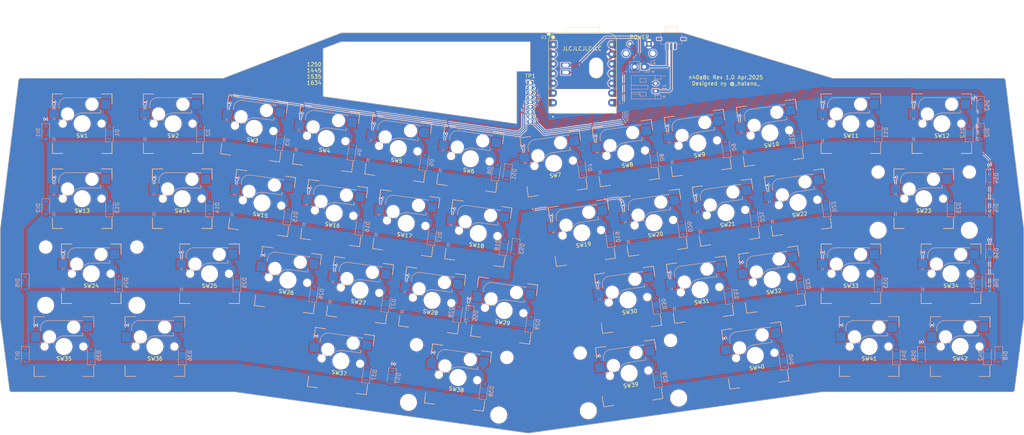
<source format=kicad_pcb>
(kicad_pcb (version 20241229) (generator "pcbnew") (generator_version "9.0")
  (title_block (title "n40a8c") (date "2025-04-17") (rev "1.0"))
  (layers (0 "F.Cu" mixed) (2 "B.Cu" mixed) (13 "F.Paste" user) (15 "B.Paste" user) (5 "F.SilkS" user "F.Silkscreen") (7 "B.SilkS" user "B.Silkscreen") (1 "F.Mask" user) (3 "B.Mask" user) (25 "Edge.Cuts" user))
  (net 0 "")
  (net 1 "GND")
  (net 2 "Net-(D1-K)")
  (net 3 "Net-(D1-A)")
  (net 4 "Net-(D2-A)")
  (net 5 "Net-(D3-A)")
  (net 6 "Net-(D4-A)")
  (net 7 "Net-(D5-A)")
  (net 8 "Net-(D6-A)")
  (net 9 "Net-(D10-K)")
  (net 10 "Net-(D7-A)")
  (net 11 "Net-(D8-A)")
  (net 12 "Net-(D9-A)")
  (net 13 "Net-(D10-A)")
  (net 14 "Net-(D11-A)")
  (net 15 "Net-(D12-A)")
  (net 16 "Net-(D13-A)")
  (net 17 "Net-(D14-A)")
  (net 18 "Net-(D15-A)")
  (net 19 "Net-(D16-A)")
  (net 20 "Net-(D17-A)")
  (net 21 "Net-(D18-A)")
  (net 22 "Net-(D19-A)")
  (net 23 "Net-(D20-A)")
  (net 24 "Net-(D21-A)")
  (net 25 "Net-(D22-A)")
  (net 26 "Net-(D23-A)")
  (net 27 "Net-(D24-A)")
  (net 28 "Net-(D13-K)")
  (net 29 "Net-(D19-K)")
  (net 30 "Net-(D24-K)")
  (net 31 "Net-(D30-K)")
  (net 32 "Net-(D35-K)")
  (net 33 "Net-(D39-K)")
  (net 34 "INTR")
  (net 35 "Net-(D25-A)")
  (net 36 "Net-(D26-A)")
  (net 37 "Net-(D27-A)")
  (net 38 "Net-(D28-A)")
  (net 39 "Net-(D29-A)")
  (net 40 "Net-(D30-A)")
  (net 41 "Net-(D31-A)")
  (net 42 "Net-(D32-A)")
  (net 43 "IO 0")
  (net 44 "IO 4")
  (net 45 "IO 1")
  (net 46 "IO 5")
  (net 47 "IO 2")
  (net 48 "Net-(D33-A)")
  (net 49 "IO 6")
  (net 50 "Net-(D34-A)")
  (net 51 "Net-(D35-A)")
  (net 52 "Net-(D36-A)")
  (net 53 "Net-(D37-A)")
  (net 54 "Net-(D38-A)")
  (net 55 "Net-(D39-A)")
  (net 56 "Net-(D40-A)")
  (net 57 "Net-(D41-A)")
  (net 58 "Net-(D42-A)")
  (net 59 "IO 3")
  (net 60 "IO 7")
  (net 61 "BAT-")
  (net 62 "VCC")
  (net 64 "BAT+")
  (net 65 "3V3")
  (net 66 "Net-(J1-Pin_1)")
  (net 67 "PWR")
  (footprint "cscslib:SSAJ120100" (layer "F.Cu") (at 187.523595 25.598459 180)
    (property "Reference" "SW_HPWR2" (hide yes))
    (property "Value" "SSAJ120100" (hide yes))
  )
  (footprint "cscslib:PinHeader_1x09_P1.27mm_Conthrough" (layer "F.Cu") (at 150.614219 36.909426)
    (property "Reference" "TP1")
    (property "Value" "Conn_01x09" (hide yes))
  )
  (footprint "cscslib:THBP07-043C" (layer "F.Cu") (at 179.189213 27.979711)
    (property "Reference" "SW_SPWR1" (hide yes))
    (property "Value" "SW_SPWR" (hide yes))
  )
  (footprint "OPL:XIAO-nRF52840-DIP2" (layer "F.Cu") (at 164.306421 34.528174)
    (property "Reference" "U1")
    (property "Value" "XIAO-nRF52840-SMD")
  )
  (footprint "cscslib:CPG151101S11_1.5u" (layer "B.Cu") (at 33.33751 47.624945)
    (property "Reference" "SW1")
    (property "Value" "CPG151101S11-16" (hide yes))
  )
  (footprint "cscslib:CPG151101S11_1u" (layer "B.Cu") (at 78.353535 48.857954 -8)
    (property "Reference" "SW3")
    (property "Value" "CPG151101S11-16" (hide yes))
  )
  (footprint "cscslib:CPG151101S11_1u" (layer "B.Cu") (at 97.218222 51.509214 -8)
    (property "Reference" "SW4")
    (property "Value" "CPG151101S11-16" (hide yes))
  )
  (footprint "cscslib:CPG151101S11_1u" (layer "B.Cu") (at 116.082905 54.160471 -8)
    (property "Reference" "SW5")
    (property "Value" "CPG151101S11-16" (hide yes))
  )
  (footprint "cscslib:CPG151101S11_1u" (layer "B.Cu") (at 134.947593 56.811729 -8)
    (property "Reference" "SW6")
    (property "Value" "CPG151101S11-16" (hide yes))
  )
  (footprint "cscslib:CPG151101S11_1u" (layer "B.Cu") (at 156.755523 58.002379 8)
    (property "Reference" "SW7")
    (property "Value" "CPG151101S11-16" (hide yes))
  )
  (footprint "cscslib:CPG151101S11_1u" (layer "B.Cu") (at 175.620209 55.351123 8)
    (property "Reference" "SW8")
    (property "Value" "CPG151101S11-16" (hide yes))
  )
  (footprint "cscslib:CPG151101S11_1u" (layer "B.Cu") (at 194.484895 52.699862 8)
    (property "Reference" "SW9")
    (property "Value" "CPG151101S11-16" (hide yes))
  )
  (footprint "cscslib:CPG151101S11_1u" (layer "B.Cu") (at 213.349579 50.048606 8)
    (property "Reference" "SW10")
    (property "Value" "CPG151101S11-16" (hide yes))
  )
  (footprint "cscslib:CPG151101S11_1u" (layer "B.Cu") (at 234.553135 47.624947)
    (property "Reference" "SW11")
    (property "Value" "CPG151101S11-16" (hide yes))
  )
  (footprint "cscslib:CPG151101S11_1u" (layer "B.Cu") (at 59.531259 67.270313)
    (property "Reference" "SW14")
    (property "Value" "CPG151101S11-16" (hide yes))
  )
  (footprint "cscslib:CPG151101S11_1u" (layer "B.Cu") (at 80.418275 68.38543 -8)
    (property "Reference" "SW15")
    (property "Value" "CPG151101S11-16" (hide yes))
  )
  (footprint "cscslib:CPG151101S11_1u" (layer "B.Cu") (at 164.122525 76.204313 8)
    (property "Reference" "SW19")
    (property "Value" "CPG151101S11-16" (hide yes))
  )
  (footprint "cscslib:CPG151101S11_1u" (layer "B.Cu") (at 201.851771 70.901814 8)
    (property "Reference" "SW21")
    (property "Value" "CPG151101S11-16" (hide yes))
  )
  (footprint "cscslib:CPG151101S11_2.25u" (layer "B.Cu") (at 35.71876 86.91557)
    (property "Reference" "SW24")
    (property "Value" "CPG151101S11-16" (hide yes))
  )
  (footprint "cscslib:CPG151101S11_1u" (layer "B.Cu") (at 66.674804 86.915694)
    (property "Reference" "SW25")
    (property "Value" "CPG151101S11-16" (hide yes))
  )
  (footprint "cscslib:CPG151101S11_1u" (layer "B.Cu") (at 87.199335 88.575677 -8)
    (property "Reference" "SW26")
    (property "Value" "CPG151101S11-16" (hide yes))
  )
  (footprint "cscslib:CPG151101S11_1u" (layer "B.Cu") (at 124.928605 93.878018 -8)
    (property "Reference" "SW28")
    (property "Value" "CPG151101S11-16" (hide yes))
  )
  (footprint "cscslib:CPG151101S11_1u" (layer "B.Cu") (at 143.793192 96.52949 -8)
    (property "Reference" "SW29")
    (property "Value" "CPG151101S11-16" (hide yes))
  )
  (footprint "cscslib:CPG151101S11_1u" (layer "B.Cu") (at 57.15001 47.624945)
    (property "Reference" "SW2")
    (property "Value" "CPG151101S11-16" (hide yes))
  )
  (footprint "cscslib:CPG151101S11_1u" (layer "B.Cu") (at 182.98715 73.553065 8)
    (property "Reference" "SW20")
    (property "Value" "CPG151101S11-16" (hide yes))
  )
  (footprint "cscslib:CPG151101S11_1.75u" (layer "B.Cu") (at 33.337513 67.270312)
    (property "Reference" "SW13")
    (property "Value" "CPG151101S11-16" (hide yes))
  )
  (footprint "Diode_SMD:D_SOD-123" (layer "B.Cu") (at 131.671559 97.23031 82)
    (property "Reference" "D28")
    (property "Value" "1N4148W" (hide yes))
  )
  (footprint "Diode_SMD:D_SOD-123" (layer "B.Cu") (at 228.122825 69.614207 98)
    (property "Reference" "D22")
    (property "Value" "1N4148W" (hide yes))
  )
  (footprint "Diode_SMD:D_SOD-123" (layer "B.Cu") (at 42.862566 89.296894 90)
    (property "Reference" "D24")
    (property "Value" "1N4148W" (hide yes))
  )
  (footprint "Diode_SMD:D_SOD-123" (layer "B.Cu") (at 73.818841 89.296894 90)
    (property "Reference" "D25")
    (property "Value" "1N4148W" (hide yes))
  )
  (footprint "Diode_SMD:D_SOD-123" (layer "B.Cu") (at 183.612517 95.106954 98)
    (property "Reference" "D30")
    (property "Value" "1N4148W" (hide yes))
  )
  (footprint "Diode_SMD:D_SOD-123" (layer "B.Cu") (at 93.942345 91.927816 82)
    (property "Reference" "D26")
    (property "Value" "1N4148W" (hide yes))
  )
  (footprint "cscslib:CPG151101S11_1u" (layer "B.Cu") (at 220.716393 68.250566 8)
    (property "Reference" "SW22")
    (property "Value" "CPG151101S11-16" (hide yes))
  )
  (footprint "Diode_SMD:D_SOD-123" (layer "B.Cu") (at 112.806953 94.579062 82)
    (property "Reference" "D27")
    (property "Value" "1N4148W" (hide yes))
  )
  (footprint "Diode_SMD:D_SOD-123" (layer "B.Cu") (at 85.096386 52.210167 82)
    (property "Reference" "D3")
    (property "Value" "1N4148W" (hide yes))
  )
  (footprint "Diode_SMD:D_SOD-123" (layer "B.Cu") (at 64.293834 50.006236 90)
    (property "Reference" "D2")
    (property "Value" "1N4148W" (hide yes))
  )
  (footprint "Diode_SMD:D_SOD-123" (layer "B.Cu") (at 103.960993 54.861413 82)
    (property "Reference" "D4")
    (property "Value" "1N4148W" (hide yes))
  )
  (footprint "Diode_SMD:D_SOD-123" (layer "B.Cu") (at 183.026174 56.714897 98)
    (property "Reference" "D8")
    (property "Value" "1N4148W" (hide yes))
  )
  (footprint "Diode_SMD:D_SOD-123" (layer "B.Cu") (at 201.890797 54.063647 98)
    (property "Reference" "D9")
    (property "Value" "1N4148W" (hide yes))
  )
  (footprint "Diode_SMD:D_SOD-123" (layer "B.Cu") (at 164.161552 59.366147 98)
    (property "Reference" "D7")
    (property "Value" "1N4148W" (hide yes))
  )
  (footprint "Diode_SMD:D_SOD-123" (layer "B.Cu") (at 220.755419 51.412397 98)
    (property "Reference" "D10")
    (property "Value" "1N4148W" (hide yes))
  )
  (footprint "Diode_SMD:D_SOD-123" (layer "B.Cu") (at 122.8256 57.512661 82)
    (property "Reference" "D5")
    (property "Value" "1N4148W" (hide yes))
  )
  (footprint "Diode_SMD:D_SOD-123" (layer "B.Cu") (at 141.690203 60.163909 82)
    (property "Reference" "D6")
    (property "Value" "1N4148W" (hide yes))
  )
  (footprint "Diode_SMD:D_SOD-123" (layer "B.Cu") (at 40.481314 50.006236 90)
    (property "Reference" "D1")
    (property "Value" "1N4148W" (hide yes))
  )
  (footprint "Diode_SMD:D_SOD-123" (layer "B.Cu") (at 190.39358 74.916707 98)
    (property "Reference" "D20")
    (property "Value" "1N4148W" (hide yes))
  )
  (footprint "Diode_SMD:D_SOD-123" (layer "B.Cu") (at 106.025898 74.388832 82)
    (property "Reference" "D16")
    (property "Value" "1N4148W" (hide yes))
  )
  (footprint "Diode_SMD:D_SOD-123" (layer "B.Cu") (at 171.528957 77.567959 98)
    (property "Reference" "D19")
    (property "Value" "1N4148W" (hide yes))
  )
  (footprint "Diode_SMD:D_SOD-123" (layer "B.Cu") (at 209.258202 72.265457 98)
    (property "Reference" "D21")
    (property "Value" "1N4148W" (hide yes))
  )
  (footprint "Diode_SMD:D_SOD-123" (layer "B.Cu") (at 87.16129 71.737584 82)
    (property "Reference" "D15")
    (property "Value" "1N4148W" (hide yes))
  )
  (footprint "Diode_SMD:D_SOD-123" (layer "B.Cu") (at 143.75511 79.691327 82)
    (property "Reference" "D18")
    (property "Value" "1N4148W" (hide yes))
  )
  (footprint "Diode_SMD:D_SOD-123" (layer "B.Cu") (at 66.675086 69.651565 90)
    (property "Reference" "D14")
    (property "Value" "1N4148W" (hide yes))
  )
  (footprint "cscslib:CPG151101S11_1u" (layer "B.Cu") (at 99.282896 71.03668 -8)
    (property "Reference" "SW16")
    (property "Value" "CPG151101S11-16" (hide yes))
  )
  (footprint "cscslib:CPG151101S11_1u" (layer "B.Cu") (at 137.012141 76.339179 -8)
    (property "Reference" "SW18")
    (property "Value" "CPG151101S11-16" (hide yes))
  )
  (footprint "cscslib:CPG151101S11_1u" (layer "B.Cu") (at 118.147516 73.687929 -8)
    (property "Reference" "SW17")
    (property "Value" "CPG151101S11-16" (hide yes))
  )
  (footprint "cscslib:CPG151101S11_2.25u" (layer "B.Cu") (at 253.603134 67.270316)
    (property "Reference" "SW23")
    (property "Value" "CPG151101S11-16" (hide yes))
  )
  (footprint "Diode_SMD:D_SOD-123" (layer "B.Cu") (at 150.536166 99.881558 82)
    (property "Reference" "D29")
    (property "Value" "1N4148W" (hide yes))
  )
  (footprint "Diode_SMD:D_SOD-123" (layer "B.Cu") (at 124.890504 77.04008 82)
    (property "Reference" "D17")
    (property "Value" "1N4148W" (hide yes))
  )
  (footprint "Diode_SMD:D_SOD-123" (layer "B.Cu") (at 40.481314 69.651565 90)
    (property "Reference" "D13")
    (property "Value" "1N4148W" (hide yes))
  )
  (footprint "Diode_SMD:D_SOD-123" (layer "B.Cu") (at 221.341763 89.804455 98)
    (property "Reference" "D32")
    (property "Value" "1N4148W" (hide yes))
  )
  (footprint "cscslib:CPG151101S11_1u" (layer "B.Cu") (at 213.935858 88.440801 8)
    (property "Reference" "SW32")
    (property "Value" "CPG151101S11-16" (hide yes))
  )
  (footprint "cscslib:CPG151101S11_1.5u" (layer "B.Cu") (at 258.365634 47.624944)
    (property "Reference" "SW12")
    (property "Value" "CPG151101S11-16" (hide yes))
  )
  (footprint "cscslib:CPG151101S11_1u" (layer "B.Cu") (at 106.063958 91.226928 -8)
    (property "Reference" "SW27")
    (property "Value" "CPG151101S11-16" (hide yes))
  )
  (footprint "cscslib:CPG151101S11_1u" (layer "B.Cu") (at 176.206536 93.743312 8)
    (property "Reference" "SW30")
    (property "Value" "CPG151101S11-16" (hide yes))
  )
  (footprint "cscslib:CPG151101S11_1.25u" (layer "B.Cu") (at 263.128136 105.96557)
    (property "Reference" "SW42")
    (property "Value" "CPG151101S11-16" (hide yes))
  )
  (footprint "Diode_SMD:D_SOD-123" (layer "B.Cu") (at 241.697108 50.006236 90)
    (property "Reference" "D11")
    (property "Value" "1N4148W" (hide yes))
  )
  (footprint "Connector_JST:JST_PH_S2B-PH-K_1x02_P2.00mm_Horizontal" (layer "B.Cu") (at 183.425149 39.100032 90)
    (property "Reference" "J1")
    (property "Value" "Conn_01x02_Pin" (hide yes))
  )
  (footprint "cscslib:CPG151101S11_1.25u" (layer "B.Cu") (at 209.513127 108.299409 8)
    (property "Reference" "SW40")
    (property "Value" "CPG151101S11-16" (hide yes))
  )
  (footprint "Diode_SMD:D_SOD-123" (layer "B.Cu") (at 138.452615 117.420542 82)
    (property "Reference" "D38")
    (property "Value" "1N4148W" (hide yes))
  )
  (footprint "cscslib:CPG151101S11_1.25u" (layer "B.Cu") (at 239.315856 105.965658)
    (property "Reference" "SW41")
    (property "Value" "CPG151101S11-16" (hide yes))
  )
  (footprint "Diode_SMD:D_SOD-123" (layer "B.Cu") (at 253.008055 108.346987 -90)
    (property "Reference" "DS8")
    (property "Value" "1N4148W" (hide yes))
  )
  (footprint "Diode_SMD:D_SOD-123" (layer "B.Cu") (at 270.867445 61.912571 -90)
    (property "Reference" "DS4")
    (property "Value" "1N4148W" (hide yes))
  )
  (footprint "Diode_SMD:D_SOD-123" (layer "B.Cu") (at 134.619287 97.644726 -98)
    (property "Reference" "DS5")
    (property "Value" "1N4148W" (hide yes))
  )
  (footprint "cscslib:CPG151101S11_2.25u" (layer "B.Cu") (at 176.500038 112.939095 8)
    (property "Reference" "SW39")
    (property "Value" "CPG151101S11-16" (hide yes))
  )
  (footprint "Diode_SMD:D_SOD-123" (layer "B.Cu") (at 18.454733 108.346986 -90)
    (property "Reference" "DI7")
    (property "Value" "1N4148W" (hide yes))
  )
  (footprint "cscslib:CPG151101S11_1u" (layer "B.Cu") (at 234.553135 86.915649)
    (property "Reference" "SW33")
    (property "Value" "CPG151101S11-16" (hide yes))
  )
  (footprint "Diode_SMD:D_SOD-123" (layer "B.Cu") (at 260.747124 69.651565 90)
    (property "Reference" "D23")
    (property "Value" "1N4148W" (hide yes))
  )
  (footprint "Diode_SMD:D_SOD-123" (layer "B.Cu") (at 216.91878 109.663296 98)
    (property "Reference" "D40")
    (property "Value" "1N4148W" (hide yes))
  )
  (footprint "Diode_SMD:D_SOD-123" (layer "B.Cu") (at 18.454733 89.296971 -90)
    (property "Reference" "DI5")
    (property "Value" "1N4148W" (hide yes))
  )
  (footprint "cscslib:CPG151101S11_1.25u" (layer "B.Cu") (at 28.57501 105.965569)
    (property "Reference" "SW35")
    (property "Value" "CPG151101S11-16" (hide yes))
  )
  (footprint "Diode_SMD:D_SOD-123" (layer "B.Cu") (at 146.702848 80.105727 -98)
    (property "Reference" "DS3")
    (property "Value" "1N4148W" (hide yes))
  )
  (footprint "Diode_SMD:D_SOD-123" (layer "B.Cu") (at 23.812551 69.651641 -90)
    (property "Reference" "DI3")
    (property "Value" "1N4148W" (hide yes))
  )
  (footprint "Diode_SMD:D_SOD-123" (layer "B.Cu") (at 144.637943 60.578292 -98)
    (property "Reference" "DS1")
    (property "Value" "1N4148W" (hide yes))
  )
  (footprint "Diode_SMD:D_SOD-123" (layer "B.Cu") (at 270.272133 108.346911 90)
    (property "Reference" "D42")
    (property "Value" "1N4148W" (hide yes))
  )
  (footprint "Diode_SMD:D_SOD-123" (layer "B.Cu") (at 23.81255 50.006312 -90)
    (property "Reference" "DI1")
    (property "Value" "1N4148W" (hide yes))
  )
  (footprint "Diode_SMD:D_SOD-123" (layer "B.Cu") (at 267.89088 89.296894 90)
    (property "Reference" "D34")
    (property "Value" "1N4148W" (hide yes))
  )
  (footprint "Diode_SMD:D_SOD-123" (layer "B.Cu") (at 273.248697 108.346986 -90)
    (property "Reference" "DI8")
    (property "Value" "1N4148W" (hide yes))
  )
  (footprint "cscslib:SSAJ120100" (layer "B.Cu") (at 187.523595 25.598459)
    (property "Reference" "SW_HPWR1" (hide yes))
    (property "Value" "SSAJ120100" (hide yes))
  )
  (footprint "cscslib:CPG151101S11_1u" (layer "B.Cu") (at 195.071225 91.091863 8)
    (property "Reference" "SW31")
    (property "Value" "CPG151101S11-16" (hide yes))
  )
  (footprint "Diode_SMD:D_SOD-123" (layer "B.Cu") (at 270.867445 69.651641 -90)
    (property "Reference" "DI4")
    (property "Value" "1N4148W" (hide yes))
  )
  (footprint "Diode_SMD:D_SOD-123" (layer "B.Cu") (at 241.697109 89.296892 90)
    (property "Reference" "D33")
    (property "Value" "1N4148W" (hide yes))
  )
  (footprint "Diode_SMD:D_SOD-123" (layer "B.Cu") (at 114.282454 114.0238 -98)
    (property "Reference" "DS7")
    (property "Value" "1N4148W" (hide yes))
  )
  (footprint "cscslib:CPG151101S11_1.75u" (layer "B.Cu") (at 260.746885 86.91557)
    (property "Reference" "SW34")
    (property "Value" "CPG151101S11-16" (hide yes))
  )
  (footprint "cscslib:CPG151101S11_2u" (layer "B.Cu") (at 131.710235 114.068368 -8)
    (property "Reference" "SW38")
    (property "Value" "CPG151101S11-16" (hide yes))
  )
  (footprint "Diode_SMD:D_SOD-123" (layer "B.Cu") (at 268.486194 42.862555 -90)
    (property "Reference" "DS2")
    (property "Value" "1N4148W" (hide yes))
  )
  (footprint "Diode_SMD:D_SOD-123" (layer "B.Cu") (at 265.509628 50.006236 90)
    (property "Reference" "D12")
    (property "Value" "1N4148W" (hide yes))
  )
  (footprint "Connector_PinHeader_2.54mm:PinHeader_1x02_P2.54mm_Vertical" (layer "B.Cu") (at 180.464213 32.742215 90)
    (property "Reference" "J2")
    (property "Value" "Conn_01x02_Pin" (hide yes))
  )
  (footprint "Diode_SMD:D_SOD-123" (layer "B.Cu") (at 183.905687 114.302983 98)
    (property "Reference" "D39")
    (property "Value" "1N4148W" (hide yes))
  )
  (footprint "cscslib:CPG151101S11_1.25u" (layer "B.Cu") (at 101.055249 109.760089 -8)
    (property "Reference" "SW37")
    (property "Value" "CPG151101S11-16" (hide yes))
  )
  (footprint "cscslib:CPG151101S11_1.25u" (layer "B.Cu") (at 52.38751 105.96557)
    (property "Reference" "SW36")
    (property "Value" "CPG151101S11-16" (hide yes))
  )
  (footprint "Diode_SMD:D_SOD-123" (layer "B.Cu") (at 35.71881 108.34691 90)
    (property "Reference" "D35")
    (property "Value" "1N4148W" (hide yes))
  )
  (footprint "Diode_SMD:D_SOD-123" (layer "B.Cu") (at 107.79763 113.112263 82)
    (property "Reference" "D37")
    (property "Value" "1N4148W" (hide yes))
  )
  (footprint "Diode_SMD:D_SOD-123" (layer "B.Cu") (at 268.486193 50.006312 -90)
    (property "Reference" "DI2")
    (property "Value" "1N4148W" (hide yes))
  )
  (footprint "Diode_SMD:D_SOD-123" (layer "B.Cu") (at 59.53133 108.34691 90)
    (property "Reference" "D36")
    (property "Value" "1N4148W" (hide yes))
  )
  (footprint "Diode_SMD:D_SOD-123" (layer "B.Cu") (at 246.459612 108.34691 90)
    (property "Reference" "D41")
    (property "Value" "1N4148W" (hide yes))
  )
  (footprint "Diode_SMD:D_SOD-123" (layer "B.Cu") (at 270.867445 89.29697 -90)
    (property "Reference" "DI6")
    (property "Value" "1N4148W" (hide yes))
  )
  (footprint "Diode_SMD:D_SOD-123" (layer "B.Cu") (at 202.477141 92.455705 98)
    (property "Reference" "D31")
    (property "Value" "1N4148W" (hide yes))
  )
  (footprint "Diode_SMD:D_SOD-123" (layer "B.Cu") (at 270.867445 81.557901 -90)
    (property "Reference" "DS6")
    (property "Value" "1N4148W" (hide yes))
  )
  (gr_line (start 190.50019 23.81254) (end 183.356404 23.81254) (stroke (width 0.15)) (layer "Edge.Cuts"))
  (gr_line (start 255.091192 117.871776) (end 247.347836 117.871776) (stroke (width 0.15)) (layer "Edge.Cuts"))
  (gr_line (start 73.459041 117.904933) (end 150.087765 128.674398) (stroke (width 0.15)) (layer "Edge.Cuts"))
  (gr_line (start 150.087765 128.674398) (end 226.951404 117.871918) (stroke (width 0.15)) (layer "Edge.Cuts"))
  (gr_line (start 73.22353 117.871928) (end 73.459041 117.904933) (stroke (width 0.15)) (layer "Edge.Cuts"))
  (gr_arc (start 16.668794 36.314113) (mid 16.843153 35.893157) (end 17.264107 35.7188) (stroke (width 0.15)) (layer "Edge.Cuts"))
  (gr_arc (start 274.439323 35.7188) (mid 274.860253 35.893172) (end 275.034636 36.314113) (stroke (width 0.15)) (layer "Edge.Cuts"))
  (gr_line (start 226.951406 117.871822) (end 247.347836 117.871998) (stroke (width 0.15)) (layer "Edge.Cuts"))
  (gr_line (start 255.09835 117.871993) (end 276.820575 117.871822) (stroke (width 0.15)) (layer "Edge.Cuts"))
  (gr_line (start 183.356404 23.81254) (end 175.022022 23.81254) (stroke (width 0.15)) (layer "Edge.Cuts"))
  (gr_line (start 175.022022 23.81254) (end 173.236113 23.81254) (stroke (width 0.15)) (layer "Edge.Cuts"))
  (gr_line (start 70.246964 35.718695) (end 49.113219 35.718802) (stroke (width 0.15)) (layer "Edge.Cuts"))
  (gr_line (start 275.034385 36.314113) (end 279.796885 75.009318) (stroke (width 0.15)) (layer "Edge.Cuts"))
  (gr_line (start 250.337831 35.718795) (end 274.439323 35.718695) (stroke (width 0.15)) (layer "Edge.Cuts"))
  (gr_line (start 16.66876 36.314113) (end 11.906259 75.00932) (stroke (width 0.15)) (layer "Edge.Cuts"))
  (gr_line (start 279.796885 75.009318) (end 279.796885 98.82182) (stroke (width 0.15)) (layer "Edge.Cuts"))
  (gr_line (start 279.796885 98.82182) (end 277.415635 117.276681) (stroke (width 0.15)) (layer "Edge.Cuts"))
  (gr_arc (start 14.882855 117.871928) (mid 14.461923 117.697602) (end 14.287608 117.276681) (stroke (width 0.15)) (layer "Edge.Cuts"))
  (gr_line (start 250.337831 35.718798) (end 229.790848 35.7188) (stroke (width 0.15)) (layer "Edge.Cuts"))
  (gr_line (start 11.906261 98.82182) (end 11.906259 75.00932) (stroke (width 0.15)) (layer "Edge.Cuts"))
  (gr_line (start 44.6484 117.871994) (end 14.8828 117.871928) (stroke (width 0.15)) (layer "Edge.Cuts"))
  (gr_poly (pts (xy 147.042341 47.625062) (xy 96.440737 40.481304) (xy 96.440736 27.979732) (xy 101.20324 26.193792) (xy 150.614219 26.193795) (xy 150.614219 33.932861) (xy 147.042341 33.932861)) (stroke (width 0.15)) (fill no) (layer "Edge.Cuts"))
  (gr_line (start 101.20324 23.812538) (end 70.246964 35.718695) (stroke (width 0.15)) (layer "Edge.Cuts"))
  (gr_line (start 166.092357 32.146922) (end 166.092357 33.932861) (stroke (width 0.15)) (layer "Edge.Cuts"))
  (gr_arc (start 277.415888 117.276681) (mid 277.24153 117.697634) (end 276.820575 117.871994) (stroke (width 0.15)) (layer "Edge.Cuts"))
  (gr_line (start 11.906261 98.82182) (end 14.287508 117.276682) (stroke (width 0.15)) (layer "Edge.Cuts"))
  (gr_line (start 169.664235 32.146922) (end 169.664235 33.932863) (stroke (width 0.15)) (layer "Edge.Cuts"))
  (gr_line (start 173.236113 23.81254) (end 155.456419 23.81254) (stroke (width 0.15)) (layer "Edge.Cuts"))
  (gr_arc (start 166.092357 32.146922) (mid 167.878296 30.360982) (end 169.664235 32.146922) (stroke (width 0.15)) (layer "Edge.Cuts"))
  (gr_line (start 44.6484 117.871994) (end 73.22353 117.871928) (stroke (width 0.15)) (layer "Edge.Cuts"))
  (gr_line (start 49.113219 35.718802) (end 17.266772 35.7188) (stroke (width 0.15)) (layer "Edge.Cuts"))
  (gr_arc (start 169.664235 33.932863) (mid 167.878299 35.718835) (end 166.092357 33.932861) (stroke (width 0.15)) (layer "Edge.Cuts"))
  (gr_line (start 101.20324 23.812538) (end 155.456419 23.81254) (stroke (width 0.15)) (layer "Edge.Cuts"))
  (gr_line (start 190.50019 23.81254) (end 229.790848 35.7188) (stroke (width 0.15)) (layer "Edge.Cuts"))
  (gr_text "n40a8c Rev 1.0 Apr.2025\nDesigned ny @_hatano_" (at 201.811137 36.314113 0) (layer "F.SilkS") (effects (font (size 1 1))))
  (gr_text "1250\n1445\n1535\n1634" (at 94.059484 34.528174 0) (layer "F.SilkS") (effects (font (size 1 1))))
  (gr_text "POWER" (at 179.189213 25.003146 0) (layer "F.SilkS") (effects (font (size 1 1))))
  (gr_text "JLCJLCJLCJLC" (at 158.9486 28.575042 0) (layer "F.SilkS") (effects (font (size 1 1)) (justify left bottom)))
  (gr_text "-" (at 175.617335 33.932841 0) (layer "B.SilkS") (effects (font (size 1 1)) (justify mirror)))
  (gr_text "+" (at 182.761091 33.93284 0) (layer "B.SilkS") (effects (font (size 1 1)) (justify mirror)))
  (gr_text "+" (at 186.332969 41.076598 0) (layer "B.SilkS") (effects (font (size 1 1)) (justify left bottom mirror)))
  (gr_text "-" (at 186.332969 35.718779 0) (layer "B.SilkS") (effects (font (size 1 1)) (justify left bottom mirror)))
  (via (at 156.567319 45.839101) (size 0.8) (drill 0.4) (layers "F.Cu" "B.Cu") (net 1))
  (segment (start 84.866751 53.844108) (end 69.289354 51.654849) (width 0.25) (layer "B.Cu") (net 2))
  (segment (start 141.460571 61.797851) (end 144.408218 62.212118) (width 0.25) (layer "B.Cu") (net 2))
  (segment (start 122.595966 59.146604) (end 103.731357 56.495355) (width 0.25) (layer "B.Cu") (net 2))
  (segment (start 23.81255 51.656314) (end 40.481238 51.656311) (width 0.25) (layer "B.Cu") (net 2))
  (segment (start 40.481314 51.656236) (end 64.293833 51.656236) (width 0.25) (layer "B.Cu") (net 2))
  (segment (start 64.293833 51.656236) (end 69.287513 51.656236) (width 0.25) (layer "B.Cu") (net 2))
  (segment (start 141.460567 61.797852) (end 122.595966 59.146604) (width 0.25) (layer "B.Cu") (net 2))
  (segment (start 103.731357 56.495355) (end 84.866752 53.844108) (width 0.25) (layer "B.Cu") (net 2))
  (segment (start 69.289354 51.654849) (end 69.287513 51.656236) (width 0.25) (layer "B.Cu") (net 2))
  (segment (start 40.481238 51.656311) (end 40.481314 51.656236) (width 0.25) (layer "B.Cu") (net 2))
  (segment (start 84.866752 53.844108) (end 84.866751 53.844108) (width 0.25) (layer "B.Cu") (net 2))
  (segment (start 144.408218 62.212118) (end 144.40831 62.212234) (width 0.25) (layer "B.Cu") (net 2))
  (segment (start 39.45251 44.810317) (end 40.481313 45.839121) (width 0.25) (layer "B.Cu") (net 3))
  (segment (start 39.45251 42.544945) (end 39.45251 44.810317) (width 0.25) (layer "B.Cu") (net 3))
  (segment (start 40.481314 48.356235) (end 40.481313 45.839121) (width 0.25) (layer "B.Cu") (net 3))
  (segment (start 63.26501 44.810299) (end 64.293833 45.839121) (width 0.25) (layer "B.Cu") (net 4))
  (segment (start 64.293833 48.356236) (end 64.293833 45.839121) (width 0.25) (layer "B.Cu") (net 4))
  (segment (start 63.26501 42.544947) (end 63.26501 44.810299) (width 0.25) (layer "B.Cu") (net 4))
  (segment (start 85.326021 50.576225) (end 85.676339 48.083585) (width 0.25) (layer "B.Cu") (net 5))
  (segment (start 84.80076 46.921651) (end 85.676339 48.083585) (width 0.25) (layer "B.Cu") (net 5))
  (segment (start 85.116023 44.678436) (end 84.80076 46.921651) (width 0.25) (layer "B.Cu") (net 5))
  (segment (start 103.98071 47.329696) (end 103.665435 49.572991) (width 0.25) (layer "B.Cu") (net 6))
  (segment (start 104.190628 53.227467) (end 104.540946 50.734833) (width 0.25) (layer "B.Cu") (net 6))
  (segment (start 103.665435 49.572991) (end 104.540946 50.734833) (width 0.25) (layer "B.Cu") (net 6))
  (segment (start 122.845395 49.980953) (end 122.530108 52.224325) (width 0.25) (layer "B.Cu") (net 7))
  (segment (start 123.055236 55.878719) (end 123.405553 53.386081) (width 0.25) (layer "B.Cu") (net 7))
  (segment (start 122.530108 52.224325) (end 123.405553 53.386081) (width 0.25) (layer "B.Cu") (net 7))
  (segment (start 141.394784 54.875669) (end 142.270156 56.037327) (width 0.25) (layer "B.Cu") (net 8))
  (segment (start 141.710081 52.632211) (end 141.394784 54.875669) (width 0.25) (layer "B.Cu") (net 8))
  (segment (start 141.919839 58.52997) (end 142.270156 56.037327) (width 0.25) (layer "B.Cu") (net 8))
  (segment (start 267.560193 48.815778) (end 267.560193 47.896846) (width 0.25) (layer "B.Cu") (net 9))
  (segment (start 265.968926 51.656236) (end 265.969002 51.656312) (width 0.25) (layer "B.Cu") (net 9))
  (segment (start 241.697108 51.656236) (end 230.882596 51.656236) (width 0.25) (layer "B.Cu") (net 9))
  (segment (start 268.035193 49.290778) (end 267.560193 48.815778) (width 0.25) (layer "B.Cu") (net 9))
  (segment (start 223.932566 52.632093) (end 223.932652 52.632158) (width 0.25) (layer "B.Cu") (net 9))
  (segment (start 268.486193 45.796625) (end 268.486193 44.512556) (width 0.25) (layer "B.Cu") (net 9))
  (segment (start 265.509628 51.656236) (end 265.968926 51.656236) (width 0.25) (layer "B.Cu") (net 9))
  (segment (start 183.255809 58.348839) (end 164.391186 61.000091) (width 0.25) (layer "B.Cu") (net 9))
  (segment (start 268.486193 50.644122) (end 268.035193 50.193122) (width 0.25) (layer "B.Cu") (net 9))
  (segment (start 230.88167 51.655537) (end 230.882596 51.656236) (width 0.25) (layer "B.Cu") (net 9))
  (segment (start 202.120433 55.697589) (end 183.255809 58.348839) (width 0.25) (layer "B.Cu") (net 9))
  (segment (start 223.932652 52.632159) (end 230.88167 51.655537) (width 0.25) (layer "B.Cu") (net 9))
  (segment (start 268.035193 47.421846) (end 268.035193 46.247623) (width 0.25) (layer "B.Cu") (net 9))
  (segment (start 268.035193 50.193122) (end 268.035193 49.290778) (width 0.25) (layer "B.Cu") (net 9))
  (segment (start 241.697108 51.656236) (end 265.509628 51.656236) (width 0.25) (layer "B.Cu") (net 9))
  (segment (start 265.969002 51.656312) (end 268.486193 51.656312) (width 0.25) (layer "B.Cu") (net 9))
  (segment (start 220.985054 53.046339) (end 223.932566 52.632093) (width 0.25) (layer "B.Cu") (net 9))
  (segment (start 268.486193 51.656312) (end 268.486193 50.644122) (width 0.25) (layer "B.Cu") (net 9))
  (segment (start 268.035193 46.247623) (end 268.486193 45.796625) (width 0.25) (layer "B.Cu") (net 9))
  (segment (start 267.560193 47.896846) (end 268.035193 47.421846) (width 0.25) (layer "B.Cu") (net 9))
  (segment (start 220.985054 53.046339) (end 202.120433 55.697589) (width 0.25) (layer "B.Cu") (net 9))
  (segment (start 163.931915 57.732205) (end 163.581598 55.239557) (width 0.25) (layer "B.Cu") (net 10))
  (segment (start 162.104013 52.120774) (end 162.419229 54.363649) (width 0.25) (layer "B.Cu") (net 10))
  (segment (start 162.419229 54.363649) (end 163.581598 55.239557) (width 0.25) (layer "B.Cu") (net 10))
  (segment (start 180.968698 49.469517) (end 181.283923 51.712454) (width 0.25) (layer "B.Cu") (net 11))
  (segment (start 181.283923 51.712454) (end 182.446219 52.588307) (width 0.25) (layer "B.Cu") (net 11))
  (segment (start 182.796538 55.080954) (end 182.446219 52.588307) (width 0.25) (layer "B.Cu") (net 11))
  (segment (start 201.661162 52.429704) (end 201.310844 49.937057) (width 0.25) (layer "B.Cu") (net 12))
  (segment (start 200.148618 49.061258) (end 201.310844 49.937057) (width 0.25) (layer "B.Cu") (net 12))
  (segment (start 199.833385 46.818256) (end 200.148618 49.061258) (width 0.25) (layer "B.Cu") (net 12))
  (segment (start 218.698068 44.167001) (end 219.01331 46.410061) (width 0.25) (layer "B.Cu") (net 13))
  (segment (start 219.01331 46.410061) (end 220.175464 47.285807) (width 0.25) (layer "B.Cu") (net 13))
  (segment (start 220.525783 49.778455) (end 220.175464 47.285807) (width 0.25) (layer "B.Cu") (net 13))
  (segment (start 241.697108 48.356236) (end 241.697108 45.839121) (width 0.25) (layer "B.Cu") (net 14))
  (segment (start 240.668135 42.544947) (end 240.668135 44.810148) (width 0.25) (layer "B.Cu") (net 14))
  (segment (start 240.668135 44.810148) (end 241.697108 45.839121) (width 0.25) (layer "B.Cu") (net 14))
  (segment (start 264.480634 42.544944) (end 264.480632 44.810127) (width 0.25) (layer "B.Cu") (net 15))
  (segment (start 265.509628 48.356236) (end 265.509628 45.839119) (width 0.25) (layer "B.Cu") (net 15))
  (segment (start 264.480632 44.810127) (end 265.509628 45.839119) (width 0.25) (layer "B.Cu") (net 15))
  (segment (start 39.452513 62.190312) (end 39.452513 64.455649) (width 0.25) (layer "B.Cu") (net 16))
  (segment (start 39.452513 64.455649) (end 40.481314 65.48445) (width 0.25) (layer "B.Cu") (net 16))
  (segment (start 40.481314 68.001566) (end 40.481314 65.48445) (width 0.25) (layer "B.Cu") (net 16))
  (segment (start 65.646259 64.455568) (end 66.675083 65.484395) (width 0.25) (layer "B.Cu") (net 17))
  (segment (start 66.675083 65.484395) (end 66.675086 68.001564) (width 0.25) (layer "B.Cu") (net 17))
  (segment (start 65.646259 62.190313) (end 65.646259 64.455568) (width 0.25) (layer "B.Cu") (net 17))
  (segment (start 87.390926 70.103641) (end 87.741242 67.61102) (width 0.25) (layer "B.Cu") (net 18))
  (segment (start 86.865531 66.448913) (end 87.741242 67.61102) (width 0.25) (layer "B.Cu") (net 18))
  (segment (start 87.180764 64.205911) (end 86.865531 66.448913) (width 0.25) (layer "B.Cu") (net 18))
  (segment (start 106.255533 72.754892) (end 106.60585 70.262265) (width 0.25) (layer "B.Cu") (net 19))
  (segment (start 105.730149 69.100175) (end 106.60585 70.262265) (width 0.25) (layer "B.Cu") (net 19))
  (segment (start 106.045384 66.857162) (end 105.730149 69.100175) (width 0.25) (layer "B.Cu") (net 19))
  (segment (start 125.12014 75.406138) (end 125.470455 72.913515) (width 0.25) (layer "B.Cu") (net 20))
  (segment (start 124.594768 71.751439) (end 125.470455 72.913515) (width 0.25) (layer "B.Cu") (net 20))
  (segment (start 124.910005 69.508411) (end 124.594768 71.751439) (width 0.25) (layer "B.Cu") (net 20))
  (segment (start 143.45939 74.402708) (end 144.335061 75.564762) (width 0.25) (layer "B.Cu") (net 21))
  (segment (start 143.77463 72.15966) (end 143.45939 74.402708) (width 0.25) (layer "B.Cu") (net 21))
  (segment (start 143.984747 78.057385) (end 144.335061 75.564762) (width 0.25) (layer "B.Cu") (net 21))
  (segment (start 171.299321 75.934017) (end 170.949002 73.441367) (width 0.25) (layer "B.Cu") (net 22))
  (segment (start 169.786163 72.565105) (end 170.949002 73.441367) (width 0.25) (layer "B.Cu") (net 22))
  (segment (start 169.471015 70.322707) (end 169.786163 72.565105) (width 0.25) (layer "B.Cu") (net 22))
  (segment (start 188.650786 69.913854) (end 189.813626 70.790117) (width 0.25) (layer "B.Cu") (net 23))
  (segment (start 190.163944 73.282764) (end 189.813626 70.790117) (width 0.25) (layer "B.Cu") (net 23))
  (segment (start 188.335638 67.671461) (end 188.650786 69.913854) (width 0.25) (layer "B.Cu") (net 23))
  (segment (start 207.515408 67.262605) (end 208.678247 68.138867) (width 0.25) (layer "B.Cu") (net 24))
  (segment (start 209.028566 70.631515) (end 208.678247 68.138867) (width 0.25) (layer "B.Cu") (net 24))
  (segment (start 207.20026 65.020209) (end 207.515408 67.262605) (width 0.25) (layer "B.Cu") (net 24))
  (segment (start 227.893189 67.980265) (end 227.542871 65.487617) (width 0.25) (layer "B.Cu") (net 25))
  (segment (start 226.064884 62.368961) (end 226.380031 64.611355) (width 0.25) (layer "B.Cu") (net 25))
  (segment (start 226.380031 64.611355) (end 227.542871 65.487617) (width 0.25) (layer "B.Cu") (net 25))
  (segment (start 259.718134 62.190316) (end 259.718134 64.45546) (width 0.25) (layer "B.Cu") (net 26))
  (segment (start 259.718134 64.45546) (end 260.747124 65.48445) (width 0.25) (layer "B.Cu") (net 26))
  (segment (start 260.747124 68.001565) (end 260.747124 65.48445) (width 0.25) (layer "B.Cu") (net 26))
  (segment (start 42.862566 87.646894) (end 42.862567 85.129779) (width 0.25) (layer "B.Cu") (net 27))
  (segment (start 41.833761 81.83557) (end 41.83376 84.100974) (width 0.25) (layer "B.Cu") (net 27))
  (segment (start 41.83376 84.100974) (end 42.862567 85.129779) (width 0.25) (layer "B.Cu") (net 27))
  (segment (start 86.931655 73.371526) (end 72.196365 71.300616) (width 0.25) (layer "B.Cu") (net 28))
  (segment (start 23.81255 71.301641) (end 40.481238 71.301644) (width 0.25) (layer "B.Cu") (net 28))
  (segment (start 105.796262 76.022776) (end 124.660869 78.674022) (width 0.25) (layer "B.Cu") (net 28))
  (segment (start 40.481238 71.301644) (end 40.481314 71.301565) (width 0.25) (layer "B.Cu") (net 28))
  (segment (start 40.481314 71.301565) (end 66.675086 71.301565) (width 0.25) (layer "B.Cu") (net 28))
  (segment (start 72.196365 71.300616) (end 72.195109 71.301564) (width 0.25) (layer "B.Cu") (net 28))
  (segment (start 124.660869 78.674022) (end 143.525478 81.32527) (width 0.25) (layer "B.Cu") (net 28))
  (segment (start 86.931655 73.371526) (end 105.796262 76.022776) (width 0.25) (layer "B.Cu") (net 28))
  (segment (start 143.525474 81.325269) (end 146.47311 81.739533) (width 0.25) (layer "B.Cu") (net 28))
  (segment (start 66.675086 71.301565) (end 72.195109 71.301564) (width 0.25) (layer "B.Cu") (net 28))
  (segment (start 146.47311 81.739533) (end 146.47321 81.739669) (width 0.25) (layer "B.Cu") (net 28))
  (segment (start 171.75859 79.201901) (end 190.623213 76.550652) (width 0.25) (layer "B.Cu") (net 29))
  (segment (start 270.867445 65.441953) (end 270.867445 63.562572) (width 0.25) (layer "B.Cu") (net 29))
  (segment (start 260.7472 71.301637) (end 260.747124 71.301565) (width 0.25) (layer "B.Cu") (net 29))
  (segment (start 270.416445 67.05602) (end 270.416445 65.892953) (width 0.25) (layer "B.Cu") (net 29))
  (segment (start 228.405953 71.301641) (end 260.747048 71.301641) (width 0.25) (layer "B.Cu") (net 29))
  (segment (start 260.747048 71.301641) (end 260.747124 71.301565) (width 0.25) (layer "B.Cu") (net 29))
  (segment (start 270.867445 71.301641) (end 270.867445 70.289451) (width 0.25) (layer "B.Cu") (net 29))
  (segment (start 270.416445 68.936106) (end 269.941445 68.461107) (width 0.25) (layer "B.Cu") (net 29))
  (segment (start 270.416444 69.838451) (end 270.416445 68.936106) (width 0.25) (layer "B.Cu") (net 29))
  (segment (start 190.623213 76.550652) (end 190.623216 76.55065) (width 0.25) (layer "B.Cu") (net 29))
  (segment (start 270.867445 71.301641) (end 260.7472 71.301637) (width 0.25) (layer "B.Cu") (net 29))
  (segment (start 270.416445 65.892953) (end 270.867445 65.441953) (width 0.25) (layer "B.Cu") (net 29))
  (segment (start 269.941445 67.531019) (end 270.416445 67.05602) (width 0.25) (layer "B.Cu") (net 29))
  (segment (start 228.405953 71.301641) (end 228.352461 71.248149) (width 0.25) (layer "B.Cu") (net 29))
  (segment (start 270.867445 70.289451) (end 270.416444 69.838451) (width 0.25) (layer "B.Cu") (net 29))
  (segment (start 209.487837 73.899399) (end 228.352461 71.248149) (width 0.25) (layer "B.Cu") (net 29))
  (segment (start 269.941445 68.461107) (end 269.941445 67.531019) (width 0.25) (layer "B.Cu") (net 29))
  (segment (start 190.623216 76.55065) (end 209.487837 73.899399) (width 0.25) (layer "B.Cu") (net 29))
  (segment (start 73.81884 90.946894) (end 75.128353 90.946894) (width 0.25) (layer "B.Cu") (net 30))
  (segment (start 42.862566 90.946893) (end 73.81884 90.946894) (width 0.25) (layer "B.Cu") (net 30))
  (segment (start 18.454734 90.94697) (end 42.86249 90.94697) (width 0.25) (layer "B.Cu") (net 30))
  (segment (start 112.577317 96.213006) (end 112.577317 96.213004) (width 0.25) (layer "B.Cu") (net 30))
  (segment (start 75.130884 90.950253) (end 75.128353 90.946894) (width 0.25) (layer "B.Cu") (net 30))
  (segment (start 112.577317 96.213004) (end 131.441924 98.864253) (width 0.25) (layer "B.Cu") (net 30))
  (segment (start 134.389651 99.278669) (end 150.306374 101.515618) (width 0.25) (layer "B.Cu") (net 30))
  (segment (start 42.86249 90.94697) (end 42.862566 90.946893) (width 0.25) (layer "B.Cu") (net 30))
  (segment (start 93.71271 93.561758) (end 112.577317 96.213006) (width 0.25) (layer "B.Cu") (net 30))
  (segment (start 93.71271 93.561758) (end 75.130884 90.950253) (width 0.25) (layer "B.Cu") (net 30))
  (segment (start 134.389533 99.278509) (end 134.389651 99.278669) (width 0.25) (layer "B.Cu") (net 30))
  (segment (start 131.441923 98.864251) (end 134.389533 99.278509) (width 0.25) (layer "B.Cu") (net 30))
  (segment (start 150.306374 101.515618) (end 150.306531 101.5155) (width 0.25) (layer "B.Cu") (net 30))
  (segment (start 270.416445 86.712504) (end 270.416445 85.538282) (width 0.25) (layer "B.Cu") (net 31))
  (segment (start 269.941445 88.106436) (end 269.941445 87.187504) (width 0.25) (layer "B.Cu") (net 31))
  (segment (start 270.416445 89.483781) (end 270.416445 88.581437) (width 0.25) (layer "B.Cu") (net 31))
  (segment (start 270.416445 85.538282) (end 270.867445 85.087282) (width 0.25) (layer "B.Cu") (net 31))
  (segment (start 241.69711 90.946892) (end 225.067409 90.946892) (width 0.25) (layer "B.Cu") (net 31))
  (segment (start 269.941445 87.187504) (end 270.416445 86.712504) (width 0.25) (layer "B.Cu") (net 31))
  (segment (start 270.416445 88.581437) (end 269.941445 88.106436) (width 0.25) (layer "B.Cu") (net 31))
  (segment (start 246.459614 90.94697) (end 246.61086 90.94697) (width 0.25) (layer "B.Cu") (net 31))
  (segment (start 270.867369 90.946894) (end 270.867445 90.94697) (width 0.25) (layer "B.Cu") (net 31))
  (segment (start 246.61086 90.94697) (end 246.610936 90.946894) (width 0.25) (layer "B.Cu") (net 31))
  (segment (start 246.610936 90.946894) (end 267.89088 90.946894) (width 0.25) (layer "B.Cu") (net 31))
  (segment (start 183.842152 96.740897) (end 202.706777 94.089649) (width 0.25) (layer "B.Cu") (net 31))
  (segment (start 246.459536 90.946892) (end 246.459614 90.94697) (width 0.25) (layer "B.Cu") (net 31))
  (segment (start 270.867445 89.93478) (end 270.416445 89.483781) (width 0.25) (layer "B.Cu") (net 31))
  (segment (start 267.89088 90.946894) (end 270.867369 90.946894) (width 0.25) (layer "B.Cu") (net 31))
  (segment (start 221.571398 91.438397) (end 225.067263 90.947085) (width 0.25) (layer "B.Cu") (net 31))
  (segment (start 270.867445 85.087282) (end 270.867445 83.207901) (width 0.25) (layer "B.Cu") (net 31))
  (segment (start 270.867445 90.94697) (end 270.867445 89.93478) (width 0.25) (layer "B.Cu") (net 31))
  (segment (start 241.69711 90.946892) (end 246.459536 90.946892) (width 0.25) (layer "B.Cu") (net 31))
  (segment (start 225.067263 90.947085) (end 225.067409 90.946892) (width 0.25) (layer "B.Cu") (net 31))
  (segment (start 202.706777 94.089649) (end 221.571398 91.438397) (width 0.25) (layer "B.Cu") (net 31))
  (segment (start 107.567995 114.746205) (end 73.785992 109.998454) (width 0.25) (layer "B.Cu") (net 32))
  (segment (start 19.050046 109.996986) (end 35.718734 109.996986) (width 0.25) (layer "B.Cu") (net 32))
  (segment (start 35.71881 109.99691) (end 59.531329 109.99691) (width 0.25) (layer "B.Cu") (net 32))
  (segment (start 35.718734 109.996986) (end 35.71881 109.99691) (width 0.25) (layer "B.Cu") (net 32))
  (segment (start 73.785992 109.998454) (end 73.784828 109.99691) (width 0.25) (layer "B.Cu") (net 32))
  (segment (start 114.052992 115.657613) (end 114.052818 115.657742) (width 0.25) (layer "B.Cu") (net 32))
  (segment (start 138.222979 119.054484) (end 114.052992 115.657613) (width 0.25) (layer "B.Cu") (net 32))
  (segment (start 59.531329 109.99691) (end 73.784828 109.99691) (width 0.25) (layer "B.Cu") (net 32))
  (segment (start 108.023052 114.810314) (end 114.052818 115.657742) (width 0.25) (layer "B.Cu") (net 32))
  (segment (start 107.567995 114.746205) (end 108.022924 114.810141) (width 0.25) (layer "B.Cu") (net 32))
  (segment (start 108.022924 114.810141) (end 108.023052 114.810314) (width 0.25) (layer "B.Cu") (net 32))
  (segment (start 270.272057 109.996986) (end 270.272132 109.996911) (width 0.25) (layer "B.Cu") (net 33))
  (segment (start 226.383455 109.99934) (end 226.385286 109.99691) (width 0.25) (layer "B.Cu") (net 33))
  (segment (start 270.272132 109.996911) (end 273.248624 109.996911) (width 0.25) (layer "B.Cu") (net 33))
  (segment (start 246.459612 109.99691) (end 226.385286 109.99691) (width 0.25) (layer "B.Cu") (net 33))
  (segment (start 253.603368 109.996986) (end 270.272057 109.996986) (width 0.25) (layer "B.Cu") (net 33))
  (segment (start 253.603292 109.99691) (end 253.603368 109.996986) (width 0.25) (layer "B.Cu") (net 33))
  (segment (start 246.459612 109.99691) (end 253.603292 109.99691) (width 0.25) (layer "B.Cu") (net 33))
  (segment (start 273.248624 109.996911) (end 273.248697 109.996986) (width 0.25) (layer "B.Cu") (net 33))
  (segment (start 217.148419 111.29724) (end 226.383455 109.99934) (width 0.25) (layer "B.Cu") (net 33))
  (segment (start 217.148419 111.29724) (end 184.135322 115.936926) (width 0.25) (layer "B.Cu") (net 33))
  (segment (start 70.196394 38.983991) (end 70.197685 38.985703) (width 0.25) (layer "F.Cu") (net 34))
  (segment (start 23.812552 42.224743) (end 26.602305 39.434991) (width 0.25) (layer "F.Cu") (net 34))
  (segment (start 150.614219 36.909426) (end 151.634856 36.909427) (width 0.25) (layer "F.Cu") (net 34))
  (segment (start 150.416079 36.909426) (end 150.614219 36.909426) (width 0.25) (layer "F.Cu") (net 34))
  (segment (start 153.590787 27.344739) (end 154.027349 26.908174) (width 0.25) (layer "F.Cu") (net 34))
  (segment (start 148.586219 40.003666) (end 149.037219 39.552666) (width 0.25) (layer "F.Cu") (net 34))
  (segment (start 147.504533 49.847937) (end 148.586219 48.766251) (width 0.25) (layer "F.Cu") (net 34))
  (segment (start 23.812552 46.434434) (end 23.812552 42.224743) (width 0.25) (layer "F.Cu") (net 34))
  (segment (start 152.237784 34.404308) (end 152.688784 33.953308) (width 0.25) (layer "F.Cu") (net 34))
  (segment (start 154.027349 26.908174) (end 155.851419 26.908176) (width 0.25) (layer "F.Cu") (net 34))
  (segment (start 153.590784 29.246928) (end 153.590787 27.344739) (width 0.25) (layer "F.Cu") (net 34))
  (segment (start 152.688784 32.05112) (end 153.139782 31.60012) (width 0.25) (layer "F.Cu") (net 34))
  (segment (start 70.197685 38.985703) (end 147.501697 49.850075) (width 0.25) (layer "F.Cu") (net 34))
  (segment (start 149.037219 39.552666) (end 149.037219 38.920476) (width 0.25) (layer "F.Cu") (net 34))
  (segment (start 151.634856 36.909427) (end 152.237784 36.306498) (width 0.25) (layer "F.Cu") (net 34))
  (segment (start 152.688784 33.953308) (end 152.688784 32.05112) (width 0.25) (layer "F.Cu") (net 34))
  (segment (start 49.777015 39.434991) (end 50.228015 38.983991) (width 0.25) (layer "F.Cu") (net 34))
  (segment (start 153.139782 31.60012) (end 153.139784 29.697928) (width 0.25) (layer "F.Cu") (net 34))
  (segment (start 149.488219 37.837286) (end 150.416079 36.909426) (width 0.25) (layer "F.Cu") (net 34))
  (segment (start 50.228015 38.983991) (end 70.196394 38.983991) (width 0.25) (layer "F.Cu") (net 34))
  (segment (start 152.237784 36.306498) (end 152.237784 34.404308) (width 0.25) (layer "F.Cu") (net 34))
  (segment (start 148.586219 48.766251) (end 148.586219 40.003666) (width 0.25) (layer "F.Cu") (net 34))
  (segment (start 26.602305 39.434991) (end 49.777015 39.434991) (width 0.25) (layer "F.Cu") (net 34))
  (segment (start 153.139784 29.697928) (end 153.590784 29.246928) (width 0.25) (layer "F.Cu") (net 34))
  (segment (start 149.037219 38.920476) (end 149.488219 38.469476) (width 0.25) (layer "F.Cu") (net 34))
  (segment (start 147.501697 49.850075) (end 147.504533 49.847937) (width 0.25) (layer "F.Cu") (net 34))
  (segment (start 149.488219 38.469476) (end 149.488219 37.837286) (width 0.25) (layer "F.Cu") (net 34))
  (via (at 23.812552 46.434434) (size 0.8) (drill 0.4) (layers "F.Cu" "B.Cu") (net 34))
  (segment (start 271.318445 64.497038) (end 271.793445 64.022038) (width 0.25) (layer "B.Cu") (net 34))
  (segment (start 23.81255 50.270846) (end 22.88655 51.196846) (width 0.25) (layer "B.Cu") (net 34))
  (segment (start 153.545846 42.803864) (end 153.545847 42.171674) (width 0.25) (layer "B.Cu") (net 34))
  (segment (start 271.318445 70.367175) (end 271.318445 70.102641) (width 0.25) (layer "B.Cu") (net 34))
  (segment (start 18.454733 89.561504) (end 17.528733 90.487504) (width 0.25) (layer "B.Cu") (net 34))
  (segment (start 153.995219 43.253236) (end 153.545846 42.803864) (width 0.25) (layer "B.Cu") (net 34))
  (segment (start 154.446219 44.968615) (end 154.446219 44.336426) (width 0.25) (layer "B.Cu") (net 34))
  (segment (start 268.486193 50.006312) (end 268.486193 48.356311) (width 0.25) (layer "B.Cu") (net 34))
  (segment (start 271.318445 70.102641) (end 270.867445 69.651641) (width 0.25) (layer "B.Cu") (net 34))
  (segment (start 18.454734 75.273992) (end 23.81255 69.916175) (width 0.25) (layer "B.Cu") (net 34))
  (segment (start 18.454733 106.696986) (end 18.454731 92.332436) (width 0.25) (layer "B.Cu") (net 34))
  (segment (start 167.655142 45.922829) (end 167.133344 45.529626) (width 0.25) (layer "B.Cu") (net 34))
  (segment (start 270.867445 66.079763) (end 271.318445 65.628762) (width 0.25) (layer "B.Cu") (net 34))
  (segment (start 155.376725 47.181911) (end 154.897219 46.702407) (width 0.25) (layer "B.Cu") (net 34))
  (segment (start 23.81255 69.916175) (end 23.81255 68.001641) (width 0.25) (layer "B.Cu") (net 34))
  (segment (start 23.81255 48.356312) (end 23.81255 50.270846) (width 0.25) (layer "B.Cu") (net 34))
  (segment (start 23.81255 48.356312) (end 23.812552 46.434434) (width 0.25) (layer "B.Cu") (net 34))
  (segment (start 269.412193 40.753089) (end 267.643094 38.983991) (width 0.25) (layer "B.Cu") (net 34))
  (segment (start 18.454731 92.332436) (end 17.528733 91.406436) (width 0.25) (layer "B.Cu") (net 34))
  (segment (start 273.248697 106.696986) (end 273.248697 91.942756) (width 0.25) (layer "B.Cu") (net 34))
  (segment (start 18.454733 87.64697) (end 18.454734 75.273992) (width 0.25) (layer "B.Cu") (net 34))
  (segment (start 151.740219 37.837286) (end 150.812358 36.909426) (width 0.25) (layer "B.Cu") (net 34))
  (segment (start 150.812358 36.909426) (end 150.614219 36.909426) (width 0.25) (layer "B.Cu") (net 34))
  (segment (start 271.318445 84.142365) (end 272.058071 83.402741) (width 0.25) (layer "B.Cu") (net 34))
  (segment (start 17.528733 90.487504) (end 17.528733 91.406436) (width 0.25) (layer "B.Cu") (net 34))
  (segment (start 154.446219 44.336426) (end 153.995217 43.885426) (width 0.25) (layer "B.Cu") (net 34))
  (segment (start 271.318445 90.012505) (end 271.318445 89.74797) (width 0.25) (layer "B.Cu") (net 34))
  (segment (start 152.642219 40.635856) (end 152.642219 40.003666) (width 0.25) (layer "B.Cu") (net 34))
  (segment (start 186.39754 43.744189) (end 185.888162 43.360345) (width 0.25) (layer "B.Cu") (net 34))
  (segment (start 273.248697 91.942756) (end 271.318445 90.012505) (width 0.25) (layer "B.Cu") (net 34))
  (segment (start 167.133344 45.529626) (end 155.376725 47.181911) (width 0.25) (layer "B.Cu") (net 34))
  (segment (start 152.642219 40.003666) (end 152.191219 39.552666) (width 0.25) (layer "B.Cu") (net 34))
  (segment (start 271.318445 65.628762) (end 271.318445 64.497038) (width 0.25) (layer "B.Cu") (net 34))
  (segment (start 269.412193 45.508434) (end 269.412193 40.753089) (width 0.25) (layer "B.Cu") (net 34))
  (segment (start 272.058071 71.106801) (end 271.318445 70.367175) (width 0.25) (layer "B.Cu") (net 34))
  (segment (start 154.897219 45.419615) (end 154.446219 44.968615) (width 0.25) (layer "B.Cu") (net 34))
  (segment (start 269.412193 55.694816) (end 269.412193 50.932312) (width 0.25) (layer "B.Cu") (net 34))
  (segment (start 226.880704 38.510083) (end 205.139937 41.56555) (width 0.25) (layer "B.Cu") (net 34))
  (segment (start 271.793445 64.022038) (end 271.793445 58.076068) (width 0.25) (layer "B.Cu") (net 34))
  (segment (start 153.093219 41.719046) (end 153.093219 41.086856) (width 0.25) (layer "B.Cu") (net 34))
  (segment (start 152.191219 38.920476) (end 151.740219 38.469476) (width 0.25) (layer "B.Cu") (net 34))
  (segment (start 185.888162 43.360345) (end 167.655142 45.922829) (width 0.25) (layer "B.Cu") (net 34))
  (segment (start 154.897219 46.702407) (end 154.897219 45.419615) (width 0.25) (layer "B.Cu") (net 34))
  (segment (start 22.88655 51.196846) (end 22.88655 52.115778) (width 0.25) (layer "B.Cu") (net 34))
  (segment (start 271.793445 58.076068) (end 269.412193 55.694816) (width 0.25) (layer "B.Cu") (net 34))
  (segment (start 22.88655 52.115778) (end 23.81255 53.041778) (width 0.25) (layer "B.Cu") (net 34))
  (segment (start 250.569013 38.510083) (end 226.880704 38.510083) (width 0.25) (layer "B.Cu") (net 34))
  (segment (start 268.486193 48.356311) (end 268.486193 46.434434) (width 0.25) (layer "B.Cu") (net 34))
  (segment (start 153.093219 41.086856) (end 152.642219 40.635856) (width 0.25) (layer "B.Cu") (net 34))
  (segment (start 152.191219 39.552666) (end 152.191219 38.920476) (width 0.25) (layer "B.Cu") (net 34))
  (segment (start 151.740219 38.469476) (end 151.740219 37.837286) (width 0.25) (layer "B.Cu") (net 34))
  (segment (start 269.412193 50.932312) (end 268.486193 50.006312) (width 0.25) (layer "B.Cu") (net 34))
  (segment (start 271.318445 85.274092) (end 271.318445 84.142365) (width 0.25) (layer "B.Cu") (net 34))
  (segment (start 267.643094 38.983991) (end 251.04292 38.983991) (width 0.25) (layer "B.Cu") (net 34))
  (segment (start 205.139937 41.56555) (end 204.63056 41.181707) (width 0.25) (layer "B.Cu") (net 34))
  (segment (start 270.867445 68.001641) (end 270.867445 66.079763) (width 0.25) (layer "B.Cu") (net 34))
  (segment (start 268.486193 46.434434) (end 269.412193 45.508434) (width 0.25) (layer "B.Cu") (net 34))
  (segment (start 270.867445 87.64697) (end 270.867445 85.725092) (width 0.25) (layer "B.Cu") (net 34))
  (segment (start 23.81255 53.041778) (end 23.81255 68.001641) (width 0.25) (layer "B.Cu") (net 34))
  (segment (start 153.545847 42.171674) (end 153.093219 41.719046) (width 0.25) (layer "B.Cu") (net 34))
  (segment (start 270.867445 89.29697) (end 270.867445 87.64697) (width 0.25) (layer "B.Cu") (net 34))
  (segment (start 18.454733 87.64697) (end 18.454733 89.561504) (width 0.25) (layer "B.Cu") (net 34))
  (segment (start 153.995217 43.885426) (end 153.995219 43.253236) (width 0.25) (layer "B.Cu") (net 34))
  (segment (start 251.04292 38.983991) (end 250.569013 38.510083) (width 0.25) (layer "B.Cu") (net 34))
  (segment (start 270.867445 69.651641) (end 270.867445 68.001641) (width 0.25) (layer "B.Cu") (net 34))
  (segment (start 270.867445 85.725092) (end 271.318445 85.274092) (width 0.25) (layer "B.Cu") (net 34))
  (segment (start 271.318445 89.74797) (end 270.867445 89.29697) (width 0.25) (layer "B.Cu") (net 34))
  (segment (start 204.63056 41.181707) (end 186.39754 43.744189) (width 0.25) (layer "B.Cu") (net 34))
  (segment (start 272.058071 83.402741) (end 272.058071 71.106801) (width 0.25) (layer "B.Cu") (net 34))
  (segment (start 72.789803 81.835694) (end 72.789804 84.100743) (width 0.25) (layer "B.Cu") (net 35))
  (segment (start 72.789804 84.100743) (end 73.81884 85.129779) (width 0.25) (layer "B.Cu") (net 35))
  (segment (start 73.81884 87.646891) (end 73.81884 85.129779) (width 0.25) (layer "B.Cu") (net 35))
  (segment (start 94.17198 90.293874) (end 94.522294 87.801266) (width 0.25) (layer "B.Cu") (net 36))
  (segment (start 93.961824 84.39616) (end 93.646589 86.639166) (width 0.25) (layer "B.Cu") (net 36))
  (segment (start 93.646589 86.639166) (end 94.522294 87.801266) (width 0.25) (layer "B.Cu") (net 36))
  (segment (start 113.036588 92.945119) (end 113.386901 90.452514) (width 0.25) (layer "B.Cu") (net 37))
  (segment (start 112.826447 87.047409) (end 112.51121 89.290433) (width 0.25) (layer "B.Cu") (net 37))
  (segment (start 112.51121 89.290433) (end 113.386901 90.452514) (width 0.25) (layer "B.Cu") (net 37))
  (segment (start 131.375832 91.941701) (end 132.251508 93.103761) (width 0.25) (layer "B.Cu") (net 38))
  (segment (start 131.691094 89.6985) (end 131.375832 91.941701) (width 0.25) (layer "B.Cu") (net 38))
  (segment (start 131.901195 95.596368) (end 132.251508 93.103761) (width 0.25) (layer "B.Cu") (net 38))
  (segment (start 150.765802 98.247616) (end 151.116115 95.755009) (width 0.25) (layer "B.Cu") (net 39))
  (segment (start 150.555681 92.349972) (end 150.240449 94.592962) (width 0.25) (layer "B.Cu") (net 39))
  (segment (start 150.240449 94.592962) (end 151.116115 95.755009) (width 0.25) (layer "B.Cu") (net 39))
  (segment (start 181.555026 87.861706) (end 181.870227 90.104482) (width 0.25) (layer "B.Cu") (net 40))
  (segment (start 183.032562 90.980365) (end 183.382881 93.473012) (width 0.25) (layer "B.Cu") (net 40))
  (segment (start 181.870227 90.104482) (end 183.032562 90.980365) (width 0.25) (layer "B.Cu") (net 40))
  (segment (start 202.247506 90.821763) (end 201.89719 88.329115) (width 0.25) (layer "B.Cu") (net 41))
  (segment (start 200.419715 85.210257) (end 200.734956 87.453311) (width 0.25) (layer "B.Cu") (net 41))
  (segment (start 200.734956 87.453311) (end 201.89719 88.329115) (width 0.25) (layer "B.Cu") (net 41))
  (segment (start 219.284348 82.559196) (end 219.59956 84.802046) (width 0.25) (layer "B.Cu") (net 42))
  (segment (start 219.59956 84.802046) (end 220.761808 85.677865) (width 0.25) (layer "B.Cu") (net 42))
  (segment (start 221.112127 88.170512) (end 220.761808 85.677865) (width 0.25) (layer "B.Cu") (net 42))
  (segment (start 166.876536 87.23934) (end 166.876549 87.239323) (width 0.25) (layer "F.Cu") (net 43))
  (segment (start 168.40768 108.422393) (end 168.226281 107.131654) (width 0.25) (layer "F.Cu") (net 43))
  (segment (start 155.864334 70.507642) (end 154.792988 69.700323) (width 0.25) (layer "F.Cu") (net 43))
  (segment (start 150.799568 47.069426) (end 154.26691 50.536768) (width 0.25) (layer "F.Cu") (net 43))
  (segment (start 175.924022 39.671055) (end 175.473022 39.220056) (width 0.25) (layer "F.Cu") (net 43))
  (segment (start 167.948397 88.047019) (end 168.1141 89.226057) (width 0.25) (layer "F.Cu") (net 43))
  (segment (start 166.876549 87.239323) (end 167.948397 88.047019) (width 0.25) (layer "F.Cu") (net 43))
  (segment (start 174.8536 47.64375) (end 174.8536 47.64161) (width 0.25) (layer "F.Cu") (net 43))
  (segment (start 175.022022 34.964675) (end 174.585521 34.528174) (width 0.25) (layer "F.Cu") (net 43))
  (segment (start 175.473021 37.317863) (end 175.022022 36.866863) (width 0.25) (layer "F.Cu") (net 43))
  (segment (start 156.030037 71.686681) (end 155.864334 70.507642) (width 0.25) (layer "F.Cu") (net 43))
  (segment (start 154.267193 50.536978) (end 174.8536 47.64375) (width 0.25) (layer "F.Cu") (net 43))
  (segment (start 154.26691 50.536768) (end 154.267193 50.536978) (width 0.25) (layer "F.Cu") (net 43))
  (segment (start 168.226281 107.131654) (end 170.252643 104.442578) (width 0.25) (layer "F.Cu") (net 43))
  (segment (start 175.924022 46.571188) (end 175.924022 39.671055) (width 0.25) (layer "F.Cu") (net 43))
  (segment (start 174.585521 34.528174) (end 172.761421 34.528174) (width 0.25) (layer "F.Cu") (net 43))
  (segment (start 149.93922 47.744425) (end 149.939218 49.326681) (width 0.25) (layer "F.Cu") (net 43))
  (segment (start 151.84536 70.114587) (end 150.900099 69.402283) (width 0.25) (layer "F.Cu") (net 43))
  (segment (start 175.022022 36.866863) (end 175.022022 34.964675) (width 0.25) (layer "F.Cu") (net 43))
  (segment (start 158.267033 87.603737) (end 159.212783 88.31641) (width 0.25) (layer "F.Cu") (net 43))
  (segment (start 148.308148 50.959596) (end 148.313788 50.952111) (width 0.25) (layer "F.Cu") (net 43))
  (segment (start 175.473022 39.220056) (end 175.473021 37.317863) (width 0.25) (layer "F.Cu") (net 43))
  (segment (start 149.939218 49.326681) (end 148.313788 50.952111) (width 0.25) (layer "F.Cu") (net 43))
  (segment (start 159.212783 88.31641) (end 166.876536 87.23934) (width 0.25) (layer "F.Cu") (net 43))
  (segment (start 156.030037 71.686681) (end 158.267033 87.603737) (width 0.25) (layer "F.Cu") (net 43))
  (segment (start 150.614219 47.069426) (end 150.799568 47.069426) (width 0.25) (layer "F.Cu") (net 43))
  (segment (start 174.8536 47.64161) (end 175.924022 46.571188) (width 0.25) (layer "F.Cu") (net 43))
  (segment (start 150.900099 69.402283) (end 148.663102 53.485226) (width 0.25) (layer "F.Cu") (net 43))
  (segment (start 150.614219 47.069426) (end 149.93922 47.744425) (width 0.25) (layer "F.Cu") (net 43))
  (segment (start 170.252643 104.442578) (end 168.1141 89.226057) (width 0.25) (layer "F.Cu") (net 43))
  (segment (start 148.663102 53.485226) (end 148.308148 50.959596) (width 0.25) (layer "F.Cu") (net 43))
  (segment (start 154.792988 69.700323) (end 151.84536 70.114587) (width 0.25) (layer "F.Cu") (net 43))
  (via (at 168.40768 108.422393) (size 0.8) (drill 0.4) (layers "F.Cu" "B.Cu") (net 43))
  (via (at 148.663102 53.485226) (size 0.8) (drill 0.4) (layers "F.Cu" "B.Cu") (net 43))
  (via (at 168.1141 89.226057) (size 0.8) (drill 0.4) (layers "F.Cu" "B.Cu") (net 43))
  (via (at 156.030037 71.686681) (size 0.8) (drill 0.4) (layers "F.Cu" "B.Cu") (net 43))
  (segment (start 168.83341 111.451608) (end 168.40768 108.422393) (width 0.25) (layer "B.Cu") (net 43))
  (segment (start 144.867578 58.94435) (end 145.0522 57.630695) (width 0.25) (layer "B.Cu") (net 43))
  (segment (start 149.088893 56.514891) (end 145.954412 56.955414) (width 0.25) (layer "B.Cu") (net 43))
  (segment (start 149.088894 56.514892) (end 148.663102 53.485226) (width 0.25) (layer "B.Cu") (net 43))
  (segment (start 156.455896 74.716825) (end 156.030037 71.686681) (width 0.25) (layer "B.Cu") (net 43))
  (segment (start 168.539906 92.255824) (end 168.1141 89.226057) (width 0.25) (layer "B.Cu") (net 43))
  (segment (start 145.954412 56.955414) (end 145.95137 56.953121) (width 0.25) (layer "B.Cu") (net 43))
  (segment (start 145.0522 57.630695) (end 145.95137 56.953121) (width 0.25) (layer "B.Cu") (net 43))
  (segment (start 152.688784 40.314551) (end 152.688784 39.68236) (width 0.25) (layer "F.Cu") (net 44))
  (segment (start 92.914761 63.284909) (end 92.10698 62.21295) (width 0.25) (layer "F.Cu") (net 44))
  (segment (start 90.512064 80.380973) (end 92.743945 64.50032) (width 0.25) (layer "F.Cu") (net 44))
  (segment (start 91.224289 81.326127) (end 90.512064 80.380973) (width 0.25) (layer "F.Cu") (net 44))
  (segment (start 88.44735 60.853792) (end 90.684336 44.936812) (width 0.25) (layer "F.Cu") (net 44))
  (segment (start 98.888042 82.403197) (end 91.224289 81.326127) (width 0.25) (layer "F.Cu") (net 44))
  (segment (start 253.361885 81.316418) (end 253.361885 103.584482) (width 0.25) (layer "F.Cu") (net 44))
  (segment (start 246.218135 58.69454) (end 245.268956 57.745361) (width 0.25) (layer "F.Cu") (net 44))
  (segment (start 153.139784 39.231359) (end 152.688784 39.68236) (width 0.25) (layer "F.Cu") (net 44))
  (segment (start 152.237784 40.765551) (end 152.688784 40.314551) (width 0.25) (layer "F.Cu") (net 44))
  (segment (start 246.218134 78.339858) (end 247.054925 79.176649) (width 0.25) (layer "F.Cu") (net 44))
  (segment (start 99.530113 84.654242) (end 97.308754 100.460039) (width 0.25) (layer "F.Cu") (net 44))
  (segment (start 92.10698 62.21295) (end 89.159383 61.798692) (width 0.25) (layer "F.Cu") (net 44))
  (segment (start 97.308754 100.460039) (end 96.236792 101.26782) (width 0.25) (layer "F.Cu") (net 44))
  (segment (start 246.218134 61.671094) (end 246.218135 58.69454) (width 0.25) (layer "F.Cu") (net 44))
  (segment (start 253.008055 104.775107) (end 253.008055 103.938312) (width 0.25) (layer "F.Cu") (net 44))
  (segment (start 151.646098 41.989427) (end 152.237784 41.397741) (width 0.25) (layer "F.Cu") (net 44))
  (segment (start 99.695822 83.475158) (end 98.888042 82.403197) (width 0.25) (layer "F.Cu") (net 44))
  (segment (start 153.139784 38.7096) (end 153.139784 39.231359) (width 0.25) (layer "F.Cu") (net 44))
  (segment (start 89.159383 61.798692) (end 88.44735 60.853792) (width 0.25) (layer "F.Cu") (net 44))
  (segment (start 246.218134 61.671094) (end 246.218134 78.339858) (width 0.25) (layer "F.Cu") (net 44))
  (segment (start 153.590784 37.504739) (end 153.590784 38.2586) (width 0.25) (layer "F.Cu") (net 44))
  (segment (start 95.647272 101.184968) (end 94.702802 101.896677) (width 0.25) (layer "F.Cu") (net 44))
  (segment (start 151.646098 41.989427) (end 150.614219 41.989427) (width 0.25) (layer "F.Cu") (net 44))
  (segment (start 245.268956 57.745361) (end 245.268936 57.745381) (width 0.25) (layer "F.Cu") (net 44))
  (segment (start 92.743945 64.50032) (end 92.914761 63.284909) (width 0.25) (layer "F.Cu") (net 44))
  (segment (start 154.027349 37.068174) (end 153.590784 37.504739) (width 0.25) (layer "F.Cu") (net 44))
  (segment (start 99.530113 84.654242) (end 99.695822 83.475158) (width 0.25) (layer "F.Cu") (net 44))
  (segment (start 253.008055 103.938312) (end 253.361885 103.584482) (width 0.25) (layer "F.Cu") (net 44))
  (segment (start 245.268936 57.745381) (end 227.763451 57.745381) (width 0.25) (layer "F.Cu") (net 44))
  (segment (start 253.361885 80.125792) (end 253.361885 81.316418) (width 0.25) (layer "F.Cu") (net 44))
  (segment (start 155.851419 37.068174) (end 154.027349 37.068174) (width 0.25) (layer "F.Cu") (net 44))
  (segment (start 153.590784 38.2586) (end 153.139784 38.7096) (width 0.25) (layer "F.Cu") (net 44))
  (segment (start 247.054925 79.176649) (end 252.412742 79.176649) (width 0.25) (layer "F.Cu") (net 44))
  (segment (start 227.763451 57.745381) (end 227.168137 57.150068) (width 0.25) (layer "F.Cu") (net 44))
  (segment (start 227.168137 57.150068) (end 227.168138 42.025782) (width 0.25) (layer "F.Cu") (net 44))
  (segment (start 252.412742 79.176649) (end 253.361885 80.125792) (width 0.25) (layer "F.Cu") (net 44))
  (segment (start 94.702802 101.896677) (end 94.521299 103.18814) (width 0.25) (layer "F.Cu") (net 44))
  (segment (start 96.236792 101.26782) (end 95.647272 101.184968) (width 0.25) (layer "F.Cu") (net 44))
  (segment (start 152.237784 41.397741) (end 152.237784 40.765551) (width 0.25) (layer "F.Cu") (net 44))
  (via (at 253.361885 81.316418) (size 0.8) (drill 0.4) (layers "F.Cu" "B.Cu") (net 44))
  (via (at 99.530113 84.654242) (size 0.8) (drill 0.4) (layers "F.Cu" "B.Cu") (net 44))
  (via (at 253.008055 104.775107) (size 0.8) (drill 0.4) (layers "F.Cu" "B.Cu") (net 44))
  (via (at 227.168138 42.025782) (size 0.8) (drill 0.4) (layers "F.Cu" "B.Cu") (net 44))
  (via (at 90.684336 44.936812) (size 0.8) (drill 0.4) (layers "F.Cu" "B.Cu") (net 44))
  (via (at 92.743945 64.50032) (size 0.8) (drill 0.4) (layers "F.Cu" "B.Cu") (net 44))
  (via (at 94.521299 103.18814) (size 0.8) (drill 0.4) (layers "F.Cu" "B.Cu") (net 44))
  (via (at 246.218134 61.671094) (size 0.8) (drill 0.4) (layers "F.Cu" "B.Cu") (net 44))
  (segment (start 149.037219 44.632666) (end 149.037219 44.000476) (width 0.25) (layer "B.Cu") (net 44))
  (segment (start 128.786102 47.675198) (end 129.295424 47.291398) (width 0.25) (layer "B.Cu") (net 44))
  (segment (start 152.191219 44.632666) (end 152.642219 45.083669) (width 0.25) (layer "B.Cu") (net 44))
  (segment (start 150.812359 41.989429) (end 151.740218 42.917286) (width 0.25) (layer "B.Cu") (net 44))
  (segment (start 154.74951 49.102894) (end 166.656865 47.429425) (width 0.25) (layer "B.Cu") (net 44))
  (segment (start 204.651039 43.455988) (end 226.617514 40.368802) (width 0.25) (layer "B.Cu") (net 44))
  (segment (start 153.093219 47.449647) (end 154.746468 49.102894) (width 0.25) (layer "B.Cu") (net 44))
  (segment (start 151.740217 43.549476) (end 152.191219 44.000476) (width 0.25) (layer "B.Cu") (net 44))
  (segment (start 110.55303 45.112709) (end 128.786102 47.675198) (width 0.25) (layer "B.Cu") (net 44))
  (segment (start 90.865733 43.646102) (end 91.810631 42.934069) (width 0.25) (layer "B.Cu") (net 44))
  (segment (start 90.684336 44.936812) (end 90.865733 43.646102) (width 0.25) (layer "B.Cu") (net 44))
  (segment (start 204.14166 43.072145) (end 204.651039 43.455988) (width 0.25) (layer "B.Cu") (net 44))
  (segment (start 152.642219 45.715854) (end 153.093219 46.166856) (width 0.25) (layer "B.Cu") (net 44))
  (segment (start 154.746468 49.102894) (end 154.74951 49.102894) (width 0.25) (layer "B.Cu") (net 44))
  (segment (start 148.586216 45.083666) (end 149.037219 44.632666) (width 0.25) (layer "B.Cu") (net 44))
  (segment (start 253.361887 84.37557) (end 253.361885 81.316418) (width 0.25) (layer "B.Cu") (net 44))
  (segment (start 227.168133 45.084948) (end 227.168135 42.025784) (width 0.25) (layer "B.Cu") (net 44))
  (segment (start 94.095619 106.217015) (end 94.521299 103.18814) (width 0.25) (layer "B.Cu") (net 44))
  (segment (start 152.191219 44.000476) (end 152.191219 44.632666) (width 0.25) (layer "B.Cu") (net 44))
  (segment (start 226.621072 40.371483) (end 227.168138 40.918548) (width 0.25) (layer "B.Cu") (net 44))
  (segment (start 149.037219 44.000476) (end 149.488219 43.549476) (width 0.25) (layer "B.Cu") (net 44))
  (segment (start 99.104328 87.683853) (end 99.530113 84.654242) (width 0.25) (layer "B.Cu") (net 44))
  (segment (start 149.488219 42.917284) (end 150.416079 41.989426) (width 0.25) (layer "B.Cu") (net 44))
  (segment (start 147.504677 49.847793) (end 148.586219 48.76625) (width 0.25) (layer "B.Cu") (net 44))
  (segment (start 90.258592 47.96614) (end 90.684336 44.936812) (width 0.25) (layer "B.Cu") (net 44))
  (segment (start 246.218134 64.730316) (end 246.218134 61.671094) (width 0.25) (layer "B.Cu") (net 44))
  (segment (start 151.740218 42.917286) (end 151.740217 43.549476) (width 0.25) (layer "B.Cu") (net 44))
  (segment (start 185.90864 45.634628) (end 204.14166 43.072145) (width 0.25) (layer "B.Cu") (net 44))
  (segment (start 152.642219 45.083669) (end 152.642219 45.715854) (width 0.25) (layer "B.Cu") (net 44))
  (segment (start 91.810631 42.934069) (end 110.043652 45.496553) (width 0.25) (layer "B.Cu") (net 44))
  (segment (start 227.168138 40.918548) (end 227.168138 42.025781) (width 0.25) (layer "B.Cu") (net 44))
  (segment (start 110.043652 45.496553) (end 110.55303 45.112709) (width 0.25) (layer "B.Cu") (net 44))
  (segment (start 227.168135 42.025784) (end 227.168138 42.025782) (width 0.25) (layer "B.Cu") (net 44))
  (segment (start 147.48511 49.847793) (end 147.504677 49.847793) (width 0.25) (layer "B.Cu") (net 44))
  (segment (start 167.166243 47.813268) (end 185.399263 45.250785) (width 0.25) (layer "B.Cu") (net 44))
  (segment (start 166.656865 47.429425) (end 167.166243 47.813268) (width 0.25) (layer "B.Cu") (net 44))
  (segment (start 253.008055 106.696986) (end 253.008055 104.775107) (width 0.25) (layer "B.Cu") (net 44))
  (segment (start 150.416079 41.989426) (end 150.812359 41.989429) (width 0.25) (layer "B.Cu") (net 44))
  (segment (start 226.617514 40.368802) (end 226.621072 40.371483) (width 0.25) (layer "B.Cu") (net 44))
  (segment (start 227.168138 42.025781) (end 227.168138 42.025782) (width 0.25) (layer "B.Cu") (net 44))
  (segment (start 153.093219 46.166856) (end 153.093219 47.449647) (width 0.25) (layer "B.Cu") (net 44))
  (segment (start 185.399263 45.250785) (end 185.90864 45.634628) (width 0.25) (layer "B.Cu") (net 44))
  (segment (start 129.295424 47.291398) (end 147.48511 49.847793) (width 0.25) (layer "B.Cu") (net 44))
  (segment (start 148.586219 48.76625) (end 148.586216 45.083666) (width 0.25) (layer "B.Cu") (net 44))
  (segment (start 92.323266 67.493606) (end 92.743945 64.50032) (width 0.25) (layer "B.Cu") (net 44))
  (segment (start 149.488219 43.549476) (end 149.488219 42.917284) (width 0.25) (layer "B.Cu") (net 44))
  (segment (start 171.926421 37.068173) (end 174.585521 37.068172) (width 0.25) (layer "F.Cu") (net 45))
  (segment (start 189.215825 102.491943) (end 186.978829 86.574888) (width 0.25) (layer "F.Cu") (net 45))
  (segment (start 175.02202 37.504719) (end 175.022022 39.406865) (width 0.25) (layer "F.Cu") (net 45))
  (segment (start 201.255073 102.603699) (end 200.182797 101.795682) (width 0.25) (layer "F.Cu") (net 45))
  (segment (start 173.657609 67.049077) (end 173.657597 67.049093) (width 0.25) (layer "F.Cu") (net 45))
  (segment (start 154.430277 50.058629) (end 154.41528 50.047328) (width 0.25) (layer "F.Cu") (net 45))
  (segment (start 177.131657 84.952488) (end 174.89466 69.035433) (width 0.25) (layer "F.Cu") (net 45))
  (segment (start 175.473022 39.857865) (end 175.473022 46.384378) (width 0.25) (layer "F.Cu") (net 45))
  (segment (start 150.614219 45.799426) (end 150.653914 45.839121) (width 0.25) (layer "F.Cu") (net 45))
  (segment (start 174.63891 47.21849) (end 154.430277 50.058629) (width 0.25) (layer "F.Cu") (net 45))
  (segment (start 150.812359 45.799426) (end 150.614219 45.799426) (width 0.25) (layer "F.Cu") (net 45))
  (segment (start 154.41528 50.047328) (end 151.740219 47.372267) (width 0.25) (layer "F.Cu") (net 45))
  (segment (start 186.978829 86.574888) (end 186.813126 85.395849) (width 0.25) (layer "F.Cu") (net 45))
  (segment (start 174.89466 69.035433) (end 174.728956 67.856395) (width 0.25) (layer "F.Cu") (net 45))
  (segment (start 201.42077 103.782706) (end 201.255073 102.603699) (width 0.25) (layer "F.Cu") (net 45))
  (segment (start 175.473022 46.384378) (end 174.63891 47.21849) (width 0.25) (layer "F.Cu") (net 45))
  (segment (start 178.077408 85.665161) (end 177.131657 84.952488) (width 0.25) (layer "F.Cu") (net 45))
  (segment (start 186.813126 85.395849) (end 185.741171 84.588071) (width 0.25) (layer "F.Cu") (net 45))
  (segment (start 151.740219 47.372267) (end 151.740219 46.727286) (width 0.25) (layer "F.Cu") (net 45))
  (segment (start 185.741171 84.588071) (end 185.74116 84.58809) (width 0.25) (layer "F.Cu") (net 45))
  (segment (start 190.160967 103.204158) (end 189.215825 102.491943) (width 0.25) (layer "F.Cu") (net 45))
  (segment (start 174.728956 67.856395) (end 173.657609 67.049077) (width 0.25) (layer "F.Cu") (net 45))
  (segment (start 175.022022 39.406865) (end 175.473022 39.857865) (width 0.25) (layer "F.Cu") (net 45))
  (segment (start 175.022045 37.504696) (end 175.02202 37.504719) (width 0.25) (layer "F.Cu") (net 45))
  (segment (start 170.71 67.463351) (end 169.764792 66.751085) (width 0.25) (layer "F.Cu") (net 45))
  (segment (start 151.740219 46.727286) (end 150.812359 45.799426) (width 0.25) (layer "F.Cu") (net 45))
  (segment (start 200.182797 101.795682) (end 190.160967 103.204158) (width 0.25) (layer "F.Cu") (net 45))
  (segment (start 174.585521 37.068172) (end 175.022045 37.504696) (width 0.25) (layer "F.Cu") (net 45))
  (segment (start 173.657597 67.049093) (end 170.71 67.463351) (width 0.25) (layer "F.Cu") (net 45))
  (segment (start 169.764792 66.751085) (end 167.527796 50.83403) (width 0.25) (layer "F.Cu") (net 45))
  (segment (start 185.74116 84.58809) (end 178.077408 85.665161) (width 0.25) (layer "F.Cu") (net 45))
  (via (at 186.978829 86.574888) (size 0.8) (drill 0.4) (layers "F.Cu" "B.Cu") (net 45))
  (via (at 174.89466 69.035433) (size 0.8) (drill 0.4) (layers "F.Cu" "B.Cu") (net 45))
  (via (at 201.42077 103.782706) (size 0.8) (drill 0.4) (layers "F.Cu" "B.Cu") (net 45))
  (via (at 167.527796 50.83403) (size 0.8) (drill 0.4) (layers "F.Cu" "B.Cu") (net 45))
  (segment (start 151.740219 48.010077) (end 154.26691 50.536768) (width 0.25) (layer "B.Cu") (net 45))
  (segment (start 173.657597 67.049093) (end 174.728962 67.856424) (width 0.25) (layer "B.Cu") (net 45))
  (segment (start 148.031683 70.65058) (end 173.657597 67.049093) (width 0.25) (layer "B.Cu") (net 45))
  (segment (start 175.320519 72.065577) (end 174.89466 69.035433) (width 0.25) (layer "B.Cu") (net 45))
  (segment (start 146.932484 78.471785) (end 148.031683 70.65058) (width 0.25) (layer "B.Cu") (net 45))
  (segment (start 167.953579 53.863635) (end 167.527796 50.83403) (width 0.25) (layer "B.Cu") (net 45))
  (segment (start 167.527796 50.83403) (end 167.362093 49.654991) (width 0.25) (layer "B.Cu") (net 45))
  (segment (start 167.362093 49.654991) (end 166.29019 48.847254) (width 0.25) (layer "B.Cu") (net 45))
  (segment (start 144.870612 88.865625) (end 145.542927 88.358999) (width 0.25) (layer "B.Cu") (net 45))
  (segment (start 136.833562 92.986416) (end 137.440689 88.666477) (width 0.25) (layer "B.Cu") (net 45))
  (segment (start 147.454146 81.413549) (end 146.666032 80.367686) (width 0.25) (layer "B.Cu") (net 45))
  (segment (start 174.728962 67.856424) (end 174.89466 69.035433) (width 0.25) (layer "B.Cu") (net 45))
  (segment (start 150.614219 45.799426) (end 150.812359 45.799426) (width 0.25) (layer "B.Cu") (net 45))
  (segment (start 187.404596 89.604375) (end 186.978829 86.574888) (width 0.25) (layer "B.Cu") (net 45))
  (segment (start 150.812359 45.799426) (end 151.740219 46.727286) (width 0.25) (layer "B.Cu") (net 45))
  (segment (start 146.280391 83.111653) (end 147.326258 82.323538) (width 0.25) (layer "B.Cu") (net 45))
  (segment (start 151.740219 46.727286) (end 151.740219 48.010077) (width 0.25) (layer "B.Cu") (net 45))
  (segment (start 201.846499 106.811921) (end 201.42077 103.782706) (width 0.25) (layer "B.Cu") (net 45))
  (segment (start 146.666032 80.367686) (end 146.932484 78.471785) (width 0.25) (layer "B.Cu") (net 45))
  (segment (start 154.26691 50.537018) (end 166.29019 48.847254) (width 0.25) (layer "B.Cu") (net 45))
  (segment (start 147.326258 82.323538) (end 147.454146 81.413549) (width 0.25) (layer "B.Cu") (net 45))
  (segment (start 154.26691 50.536768) (end 154.26691 50.537018) (width 0.25) (layer "B.Cu") (net 45))
  (segment (start 145.542927 88.358999) (end 146.280391 83.111653) (width 0.25) (layer "B.Cu") (net 45))
  (segment (start 137.440689 88.666477) (end 138.385845 87.954252) (width 0.25) (layer "B.Cu") (net 45))
  (segment (start 138.385845 87.954252) (end 144.870612 88.865625) (width 0.25) (layer "B.Cu") (net 45))
  (segment (start 153.590784 36.866929) (end 153.590784 34.964739) (width 0.25) (layer "F.Cu") (net 46))
  (segment (start 251.817429 57.745381) (end 250.980634 56.908586) (width 0.25) (layer "F.Cu") (net 46))
  (segment (start 152.237784 40.127741) (end 152.237784 39.49555) (width 0.25) (layer "F.Cu") (net 46))
  (segment (start 80.665489 82.002991) (end 80.831198 80.823907) (width 0.25) (layer "F.Cu") (net 46))
  (segment (start 150.614219 40.719426) (end 151.646098 40.719427) (width 0.25) (layer "F.Cu") (net 46))
  (segment (start 70.29476 59.147442) (end 69.582672 58.202469) (width 0.25) (layer "F.Cu") (net 46))
  (segment (start 69.582672 58.202469) (end 71.819658 42.285489) (width 0.25) (layer "F.Cu") (net 46))
  (segment (start 71.647447 77.729726) (end 73.884429 61.812745) (width 0.25) (layer "F.Cu") (net 46))
  (segment (start 251.817429 57.745381) (end 269.081506 57.745381) (width 0.25) (layer "F.Cu") (net 46))
  (segment (start 155.851419 34.528175) (end 154.027349 34.528174) (width 0.25) (layer "F.Cu") (net 46))
  (segment (start 152.237784 39.49555) (end 152.688784 39.04455) (width 0.25) (layer "F.Cu") (net 46))
  (segment (start 270.867447 77.986023) (end 270.867445 97.036039) (width 0.25) (layer "F.Cu") (net 46))
  (segment (start 270.867447 77.986023) (end 270.867445 59.53132) (width 0.25) (layer "F.Cu") (net 46))
  (segment (start 255.743136 100.366433) (end 255.743136 99.063462) (width 0.25) (layer "F.Cu") (net 46))
  (segment (start 255.743136 99.175806) (end 255.743136 100.366433) (width 0.25) (layer "F.Cu") (net 46))
  (segment (start 269.676819 98.226665) (end 270.867445 97.036039) (width 0.25) (layer "F.Cu") (net 46))
  (segment (start 80.831198 80.823907) (end 80.023419 79.751947) (width 0.25) (layer "F.Cu") (net 46))
  (segment (start 250.980634 56.908586) (end 250.980634 42.025761) (width 0.25) (layer "F.Cu") (net 46))
  (segment (start 153.139785 37.317929) (end 153.590784 36.866929) (width 0.25) (layer "F.Cu") (net 46))
  (segment (start 74.050139 60.63366) (end 73.24236 59.5617) (width 0.25) (layer "F.Cu") (net 46))
  (segment (start 153.139785 37.317929) (end 153.139783 37.96136) (width 0.25) (layer "F.Cu") (net 46))
  (segment (start 80.023419 79.751947) (end 72.359666 78.674877) (width 0.25) (layer "F.Cu") (net 46))
  (segment (start 153.139783 37.96136) (end 152.688784 38.41236) (width 0.25) (layer "F.Cu") (net 46))
  (segment (start 270.867445 59.53132) (end 269.081506 57.745381) (width 0.25) (layer "F.Cu") (net 46))
  (segment (start 73.24236 59.5617) (end 70.29476 59.147442) (width 0.25) (layer "F.Cu") (net 46))
  (segment (start 152.688784 39.04455) (end 152.688784 38.41236) (width 0.25) (layer "F.Cu") (net 46))
  (segment (start 73.884429 61.812745) (end 74.050139 60.63366) (width 0.25) (layer "F.Cu") (net 46))
  (segment (start 153.51141 36.946303) (end 153.139785 37.317929) (width 0.25) (layer "F.Cu") (net 46))
  (segment (start 72.359666 78.674877) (end 71.647447 77.729726) (width 0.25) (layer "F.Cu") (net 46))
  (segment (start 153.590784 34.964739) (end 154.027349 34.528174) (width 0.25) (layer "F.Cu") (net 46))
  (segment (start 255.743136 99.063462) (end 256.579933 98.226665) (width 0.25) (layer "F.Cu") (net 46))
  (segment (start 151.646098 40.719427) (end 152.237784 40.127741) (width 0.25) (layer "F.Cu") (net 46))
  (segment (start 256.579933 98.226665) (end 269.676819 98.226665) (width 0.25) (layer "F.Cu") (net 46))
  (via (at 250.980634 42.025761) (size 0.8) (drill 0.4) (layers "F.Cu" "B.Cu") (net 46))
  (via (at 73.884429 61.812745) (size 0.8) (drill 0.4) (layers "F.Cu" "B.Cu") (net 46))
  (via (at 255.743136 100.366433) (size 0.8) (drill 0.4) (layers "F.Cu" "B.Cu") (net 46))
  (via (at 80.665489 82.002991) (size 0.8) (drill 0.4) (layers "F.Cu" "B.Cu") (net 46))
  (via (at 71.819658 42.285489) (size 0.8) (drill 0.4) (layers "F.Cu" "B.Cu") (net 46))
  (via (at 270.867447 77.986023) (size 0.8) (drill 0.4) (layers "F.Cu" "B.Cu") (net 46))
  (segment (start 91.17903 42.845303) (end 91.688408 42.461457) (width 0.25) (layer "B.Cu") (net 46))
  (segment (start 149.037219 42.730477) (end 149.488219 42.279476) (width 0.25) (layer "B.Cu") (net 46))
  (segment (start 250.980634 40.835135) (end 250.03149 39.885991) (width 0.25) (layer "B.Cu") (net 46))
  (segment (start 91.688408 42.461457) (end 109.921427 45.023943) (width 0.25) (layer "B.Cu") (net 46))
  (segment (start 153.093221 44.896854) (end 153.093219 45.529047) (width 0.25) (layer "B.Cu") (net 46))
  (segment (start 148.586219 43.813666) (end 149.037219 43.362665) (width 0.25) (layer "B.Cu") (net 46))
  (segment (start 148.586217 44.445856) (end 148.586219 43.813666) (width 0.25) (layer "B.Cu") (net 46))
  (segment (start 204.263885 42.599535) (end 204.773263 42.983379) (width 0.25) (layer "B.Cu") (net 46))
  (segment (start 128.663876 47.202592) (end 129.1732 46.818788) (width 0.25) (layer "B.Cu") (net 46))
  (segment (start 147.347289 49.367371) (end 148.135219 48.579441) (width 0.25) (layer "B.Cu") (net 46))
  (segment (start 71.819658 42.285489) (end 71.988788 41.082078) (width 0.25) (layer "B.Cu") (net 46))
  (segment (start 154.90191 48.614938) (end 166.766669 46.947455) (width 0.25) (layer "B.Cu") (net 46))
  (segment (start 151.740219 42.279476) (end 152.191219 42.730476) (width 0.25) (layer "B.Cu") (net 46))
  (segment (start 109.921427 45.023943) (end 110.430805 44.640099) (width 0.25) (layer "B.Cu") (net 46))
  (segment (start 71.393905 45.31488) (end 71.819658 42.285489) (width 0.25) (layer "B.Cu") (net 46))
  (segment (start 153.544219 47.262837) (end 154.89632 48.614938) (width 0.25) (layer "B.Cu") (net 46))
  (segment (start 73.458645 64.842356) (end 73.884429 61.812745) (width 0.25) (layer "B.Cu") (net 46))
  (segment (start 166.766669 46.947455) (end 167.288468 47.340659) (width 0.25) (layer "B.Cu") (net 46))
  (segment (start 250.980634 40.835135) (end 250.980634 42.025761) (width 0.25) (layer "B.Cu") (net 46))
  (segment (start 71.988788 41.082078) (end 73.033182 40.295071) (width 0.25) (layer "B.Cu") (net 46))
  (segment (start 185.521487 44.778175) (end 186.030865 45.162019) (width 0.25) (layer "B.Cu") (net 46))
  (segment (start 80.239705 85.032602) (end 80.665489 82.002991) (width 0.25) (layer "B.Cu") (net 46))
  (segment (start 167.288468 47.340659) (end 185.521487 44.778175) (width 0.25) (layer "B.Cu") (net 46))
  (segment (start 73.033182 40.295071) (end 91.17903 42.845303) (width 0.25) (layer "B.Cu") (net 46))
  (segment (start 250.980634 45.084944) (end 250.980634 42.025761) (width 0.25) (layer "B.Cu") (net 46))
  (segment (start 148.135219 48.579441) (end 148.135219 44.896856) (width 0.25) (layer "B.Cu") (net 46))
  (segment (start 186.030865 45.162019) (end 204.263885 42.599535) (width 0.25) (layer "B.Cu") (net 46))
  (segment (start 250.03149 39.885991) (end 226.809762 39.885991) (width 0.25) (layer "B.Cu") (net 46))
  (segment (start 110.430805 44.640099) (end 128.663876 47.202592) (width 0.25) (layer "B.Cu") (net 46))
  (segment (start 152.642219 43.813666) (end 152.642219 44.445856) (width 0.25) (layer "B.Cu") (net 46))
  (segment (start 255.743136 103.425569) (end 255.743136 100.366433) (width 0.25) (layer "B.Cu") (net 46))
  (segment (start 151.740219 41.647286) (end 151.740219 42.279476) (width 0.25) (layer "B.Cu") (net 46))
  (segment (start 150.812359 40.719426) (end 151.740219 41.647286) (width 0.25) (layer "B.Cu") (net 46))
  (segment (start 154.89632 48.614938) (end 154.90191 48.614938) (width 0.25) (layer "B.Cu") (net 46))
  (segment (start 129.1732 46.818788) (end 147.30731 49.367371) (width 0.25) (layer "B.Cu") (net 46))
  (segment (start 150.416079 40.719426) (end 150.812359 40.719426) (width 0.25) (layer "B.Cu") (net 46))
  (segment (start 149.488219 42.279476) (end 149.488221 41.647286) (width 0.25) (layer "B.Cu") (net 46))
  (segment (start 152.642219 44.445856) (end 153.093221 44.896854) (width 0.25) (layer "B.Cu") (net 46))
  (segment (start 152.191219 42.730476) (end 152.191217 43.362667) (width 0.25) (layer "B.Cu") (net 46))
  (segment (start 153.544219 45.980047) (end 153.544219 47.262837) (width 0.25) (layer "B.Cu") (net 46))
  (segment (start 148.135219 44.896856) (end 148.586217 44.445856) (width 0.25) (layer "B.Cu") (net 46))
  (segment (start 149.037219 43.362665) (end 149.037219 42.730477) (width 0.25) (layer "B.Cu") (net 46))
  (segment (start 204.773263 42.983379) (end 226.809459 39.886393) (width 0.25) (layer "B.Cu") (net 46))
  (segment (start 147.30731 49.367371) (end 147.347289 49.367371) (width 0.25) (layer "B.Cu") (net 46))
  (segment (start 270.867445 79.907901) (end 270.867447 77.986023) (width 0.25) (layer "B.Cu") (net 46))
  (segment (start 153.093219 45.529047) (end 153.544219 45.980047) (width 0.25) (layer "B.Cu") (net 46))
  (segment (start 149.488221 41.647286) (end 150.416079 40.719426) (width 0.25) (layer "B.Cu") (net 46))
  (segment (start 152.191217 43.362667) (end 152.642219 43.813666) (width 0.25) (layer "B.Cu") (net 46))
  (segment (start 132.869853 105.815097) (end 132.197482 106.321765) (width 0.25) (layer "F.Cu") (net 47))
  (segment (start 193.759284 66.384181) (end 195.996278 82.301225) (width 0.25) (layer "F.Cu") (net 47))
  (segment (start 134.848731 87.457142) (end 135.355397 88.129513) (width 0.25) (layer "F.Cu") (net 47))
  (segment (start 134.609729 93.435237) (end 132.869853 105.815097) (width 0.25) (layer "F.Cu") (net 47))
  (segment (start 126.888628 67.101191) (end 129.836225 67.515449) (width 0.25) (layer "F.Cu") (net 47))
  (segment (start 193.593581 65.205144) (end 192.522234 64.397825) (width 0.25) (layer "F.Cu") (net 47))
  (segment (start 196.942026 83.013897) (end 204.605793 81.936825) (width 0.25) (layer "F.Cu") (net 47))
  (segment (start 193.759284 66.384181) (end 193.593581 65.205144) (width 0.25) (layer "F.Cu") (net 47))
  (segment (start 188.629488 64.099891) (end 186.392492 48.182835) (width 0.25) (layer "F.Cu") (net 47))
  (segment (start 152.191219 47.185457) (end 152.191219 46.540476) (width 0.25) (layer "F.Cu") (net 47))
  (segment (start 135.355397 88.129513) (end 134.609729 93.435237) (width 0.25) (layer "F.Cu") (net 47))
  (segment (start 125.176289 107.496393) (end 125.357785 106.20498) (width 0.25) (layer "F.Cu") (net 47))
  (segment (start 129.836225 67.515449) (end 130.644005 68.587409) (width 0.25) (layer "F.Cu") (net 47))
  (segment (start 128.413689 50.239454) (end 126.176703 66.156435) (width 0.25) (layer "F.Cu") (net 47))
  (segment (start 192.52222 64.397843) (end 189.574623 64.812101) (width 0.25) (layer "F.Cu") (net 47))
  (segment (start 154.586989 49.581172) (end 154.586767 49.581005) (width 0.25) (layer "F.Cu") (net 47))
  (segment (start 192.522234 64.397825) (end 192.52222 64.397843) (width 0.25) (layer "F.Cu") (net 47))
  (segment (start 174.585521 39.608174) (end 175.022022 40.044675) (width 0.25) (layer "F.Cu") (net 47))
  (segment (start 174.42671 46.792881) (end 154.586989 49.581172) (width 0.25) (layer "F.Cu") (net 47))
  (segment (start 126.176703 66.156435) (end 126.888628 67.101191) (width 0.25) (layer "F.Cu") (net 47))
  (segment (start 128.953534 86.628625) (end 134.848731 87.457142) (width 0.25) (layer "F.Cu") (net 47))
  (segment (start 151.740219 45.355426) (end 150.914218 44.529426) (width 0.25) (layer "F.Cu") (net 47))
  (segment (start 154.586767 49.581005) (end 152.191219 47.185457) (width 0.25) (layer "F.Cu") (net 47))
  (segment (start 150.914218 44.529426) (end 150.614219 44.529426) (width 0.25) (layer "F.Cu") (net 47))
  (segment (start 205.677729 82.744585) (end 205.843434 83.923624) (width 0.25) (layer "F.Cu") (net 47))
  (segment (start 152.191219 46.540476) (end 151.740219 46.089476) (width 0.25) (layer "F.Cu") (net 47))
  (segment (start 204.605793 81.936825) (end 205.677729 82.744585) (width 0.25) (layer "F.Cu") (net 47))
  (segment (start 125.357785 106.20498) (end 126.302284 105.493249) (width 0.25) (layer "F.Cu") (net 47))
  (segment (start 189.574623 64.812101) (end 188.629488 64.099891) (width 0.25) (layer "F.Cu") (net 47))
  (segment (start 175.022022 40.044675) (end 175.022023 46.197568) (width 0.25) (layer "F.Cu") (net 47))
  (segment (start 130.473189 69.80282) (end 128.241309 85.683473) (width 0.25) (layer "F.Cu") (net 47))
  (segment (start 130.644005 68.587409) (end 130.52754 69.416098) (width 0.25) (layer "F.Cu") (net 47))
  (segment (start 151.740219 46.089476) (end 151.740219 45.355426) (width 0.25) (layer "F.Cu") (net 47))
  (segment (start 172.761421 39.608174) (end 174.585521 39.608174) (width 0.25) (layer "F.Cu") (net 47))
  (segment (start 128.241309 85.683473) (end 128.953534 86.628625) (width 0.25) (layer "F.Cu") (net 47))
  (segment (start 126.302284 105.493249) (end 132.197482 106.321765) (width 0.25) (layer "F.Cu") (net 47))
  (segment (start 175.022023 46.197568) (end 174.42671 46.792881) (width 0.25) (layer "F.Cu") (net 47))
  (segment (start 195.996278 82.301225) (end 196.942026 83.013897) (width 0.25) (layer "F.Cu") (net 47))
  (via (at 186.392492 48.182835) (size 0.8) (drill 0.4) (layers "F.Cu" "B.Cu") (net 47))
  (via (at 205.843434 83.923624) (size 0.8) (drill 0.4) (layers "F.Cu" "B.Cu") (net 47))
  (via (at 125.176289 107.496393) (size 0.8) (drill 0.4) (layers "F.Cu" "B.Cu") (net 47))
  (via (at 134.609729 93.435237) (size 0.8) (drill 0.4) (layers "F.Cu" "B.Cu") (net 47))
  (via (at 130.473189 69.80282) (size 0.8) (drill 0.4) (layers "F.Cu" "B.Cu") (net 47))
  (via (at 193.759284 66.384181) (size 0.8) (drill 0.4) (layers "F.Cu" "B.Cu") (net 47))
  (via (at 128.413689 50.239454) (size 0.8) (drill 0.4) (layers "F.Cu" "B.Cu") (net 47))
  (segment (start 152.191219 46.540476) (end 151.740219 46.089476) (width 0.25) (layer "B.Cu") (net 47))
  (segment (start 154.424548 50.056596) (end 152.191219 47.823267) (width 0.25) (layer "B.Cu") (net 47))
  (segment (start 186.818266 51.212374) (end 186.392492 48.182835) (width 0.25) (layer "B.Cu") (net 47))
  (segment (start 124.750607 110.525295) (end 125.176289 107.496393) (width 0.25) (layer "B.Cu") (net 47))
  (segment (start 166.921792 48.758487) (end 166.412415 48.374644) (width 0.25) (layer "B.Cu") (net 47))
  (segment (start 185.154812 46.196004) (end 166.921792 48.758487) (width 0.25) (layer "B.Cu") (net 47))
  (segment (start 149.488219 49.13987) (end 147.821345 50.806744) (width 0.25) (layer "B.Cu") (net 47))
  (segment (start 150.812359 44.529428) (end 150.416079 44.529426) (width 0.25) (layer "B.Cu") (net 47))
  (segment (start 134.444026 94.614276) (end 134.609729 93.435237) (width 0.25) (layer "B.Cu") (net 47))
  (segment (start 130.052511 72.796104) (end 130.473189 69.80282) (width 0.25) (layer "B.Cu") (net 47))
  (segment (start 152.191219 47.823267) (end 152.191219 46.540476) (width 0.25) (layer "B.Cu") (net 47))
  (segment (start 128.595114 48.948545) (end 128.413689 50.239454) (width 0.25) (layer "B.Cu") (net 47))
  (segment (start 194.185141 69.414326) (end 193.759282 66.384183) (width 0.25) (layer "B.Cu") (net 47))
  (segment (start 134.950695 95.286647) (end 134.444026 94.614276) (width 0.25) (layer "B.Cu") (net 47))
  (segment (start 129.539874 48.236618) (end 128.595114 48.948545) (width 0.25) (layer "B.Cu") (net 47))
  (segment (start 193.759282 66.384183) (end 193.759284 66.384181) (width 0.25) (layer "B.Cu") (net 47))
  (segment (start 149.488219 45.457286) (end 149.488219 49.13987) (width 0.25) (layer "B.Cu") (net 47))
  (segment (start 186.226796 47.003827) (end 185.154811 46.196031) (width 0.25) (layer "B.Cu") (net 47))
  (segment (start 186.392492 48.182835) (end 186.226796 47.003827) (width 0.25) (layer "B.Cu") (net 47))
  (segment (start 151.740219 45.457286) (end 150.812359 44.529428) (width 0.25) (layer "B.Cu") (net 47))
  (segment (start 147.813892 50.804864) (end 129.539874 48.236618) (width 0.25) (layer "B.Cu") (net 47))
  (segment (start 134.848925 96.010782) (end 134.950695 95.286647) (width 0.25) (layer "B.Cu") (net 47))
  (segment (start 166.412415 48.374644) (end 154.44471 50.056596) (width 0.25) (layer "B.Cu") (net 47))
  (segment (start 154.44471 50.056596) (end 154.424548 50.056596) (width 0.25) (layer "B.Cu") (net 47))
  (segment (start 150.416079 44.529426) (end 149.488219 45.457286) (width 0.25) (layer "B.Cu") (net 47))
  (segment (start 206.269229 86.953314) (end 205.843434 83.923624) (width 0.25) (layer "B.Cu") (net 47))
  (segment (start 151.740219 46.089476) (end 151.740219 45.457286) (width 0.25) (layer "B.Cu") (net 47))
  (segment (start 127.987963 53.268655) (end 128.413689 50.239454) (width 0.25) (layer "B.Cu") (net 47))
  (segment (start 240.668135 84.100804) (end 241.69711 85.129779) (width 0.25) (layer "B.Cu") (net 48))
  (segment (start 240.668136 81.835649) (end 240.668135 84.100804) (width 0.25) (layer "B.Cu") (net 48))
  (segment (start 241.69711 85.129779) (end 241.69711 87.646894) (width 0.25) (layer "B.Cu") (net 48))
  (segment (start 45.002511 99.063286) (end 45.839131 98.226665) (width 0.25) (layer "F.Cu") (net 49))
  (segment (start 51.196918 59.5313) (end 50.601605 59.5313) (width 0.25) (layer "F.Cu") (net 49))
  (segment (start 267.560193 41.67193) (end 267.560193 53.842816) (width 0.25) (layer "F.Cu") (net 49))
  (segment (start 153.590784 34.326927) (end 153.590784 32.42474) (width 0.25) (layer "F.Cu") (net 49))
  (segment (start 267.560193 41.67193) (end 266.832567 40.944304) (width 0.25) (layer "F.Cu") (net 49))
  (segment (start 147.814239 50.804863) (end 70.121162 39.885813) (width 0.25) (layer "F.Cu") (net 49))
  (segment (start 149.488219 49.139871) (end 149.488219 40.377286) (width 0.25) (layer "F.Cu") (net 49))
  (segment (start 153.590784 32.42474) (end 154.027349 31.988174) (width 0.25) (layer "F.Cu") (net 49))
  (segment (start 49.76501 40.722616) (end 49.76501 42.025931) (width 0.25) (layer "F.Cu") (net 49))
  (segment (start 58.340704 79.176649) (end 52.982887 79.176649) (width 0.25) (layer "F.Cu") (net 49))
  (segment (start 152.688784 37.131119) (end 153.139783 36.680121) (width 0.25) (layer "F.Cu") (net 49))
  (segment (start 151.646098 39.449426) (end 152.237784 38.85774) (width 0.25) (layer "F.Cu") (net 49))
  (segment (start 150.614219 39.449429) (end 151.646098 39.449426) (width 0.25) (layer "F.Cu") (net 49))
  (segment (start 149.488217 49.139871) (end 149.488219 49.139871) (width 0.25) (layer "F.Cu") (net 49))
  (segment (start 149.488219 40.377286) (end 150.416081 39.449426) (width 0.25) (layer "F.Cu") (net 49))
  (segment (start 70.120928 39.885991) (end 50.601635 39.885991) (width 0.25) (layer "F.Cu") (net 49))
  (segment (start 70.121162 39.885813) (end 70.120928 39.885991) (width 0.25) (layer "F.Cu") (net 49))
  (segment (start 152.237784 38.85774) (end 152.237784 38.22555) (width 0.25) (layer "F.Cu") (net 49))
  (segment (start 152.237784 38.22555) (end 152.688784 37.77455) (width 0.25) (layer "F.Cu") (net 49))
  (segment (start 50.601605 59.5313) (end 49.765009 58.694704) (width 0.25) (layer "F.Cu") (net 49))
  (segment (start 150.416081 39.449426) (end 150.614219 39.449429) (width 0.25) (layer "F.Cu") (net 49))
  (segment (start 50.601635 39.885991) (end 49.76501 40.722616) (width 0.25) (layer "F.Cu") (net 49))
  (segment (start 267.560193 53.842816) (end 270.867445 57.150068) (width 0.25) (layer "F.Cu") (net 49))
  (segment (start 59.289804 80.125749) (end 58.340704 79.176649) (width 0.25) (layer "F.Cu") (net 49))
  (segment (start 148.176694 50.451393) (end 147.850714 50.777376) (width 0.25) (layer "F.Cu") (net 49))
  (segment (start 52.146258 78.34002) (end 52.146259 61.671257) (width 0.25) (layer "F.Cu") (net 49))
  (segment (start 52.146259 60.480631) (end 51.196923 59.531295) (width 0.25) (layer "F.Cu") (net 49))
  (segment (start 154.027349 31.988174) (end 155.851419 31.988174) (width 0.25) (layer "F.Cu") (net 49))
  (segment (start 153.139783 36.680121) (end 153.139784 34.777928) (width 0.25) (layer "F.Cu") (net 49))
  (segment (start 49.765009 58.694704) (end 49.76501 42.025931) (width 0.25) (layer "F.Cu") (net 49))
  (segment (start 52.146259 61.671257) (end 52.146259 60.480631) (width 0.25) (layer "F.Cu") (net 49))
  (segment (start 270.867445 57.150068) (end 270.867445 58.340694) (width 0.25) (layer "F.Cu") (net 49))
  (segment (start 45.839131 98.226665) (end 58.340704 98.226665) (width 0.25) (layer "F.Cu") (net 49))
  (segment (start 152.688784 37.77455) (end 152.688784 37.131119) (width 0.25) (layer "F.Cu") (net 49))
  (segment (start 59.289804 80.125749) (end 59.289804 97.277565) (width 0.25) (layer "F.Cu") (net 49))
  (segment (start 148.176694 50.451393) (end 149.488217 49.139871) (width 0.25) (layer "F.Cu") (net 49))
  (segment (start 58.340704 98.226665) (end 59.289804 97.277565) (width 0.25) (layer "F.Cu") (net 49))
  (segment (start 153.139784 34.777928) (end 153.590784 34.326927) (width 0.25) (layer "F.Cu") (net 49))
  (segment (start 45.00251 100.366609) (end 45.002511 99.063286) (width 0.25) (layer "F.Cu") (net 49))
  (segment (start 51.196923 59.531295) (end 51.196918 59.5313) (width 0.25) (layer "F.Cu") (net 49))
  (segment (start 59.289804 80.125749) (end 59.289805 81.316375) (width 0.25) (layer "F.Cu") (net 49))
  (segment (start 52.146258 78.34002) (end 52.982887 79.176649) (width 0.25) (layer "F.Cu") (net 49))
  (via (at 45.00251 100.366609) (size 0.8) (drill 0.4) (layers "F.Cu" "B.Cu") (net 49))
  (via (at 52.146259 61.671257) (size 0.8) (drill 0.4) (layers "F.Cu" "B.Cu") (net 49))
  (via (at 266.832567 40.944304) (size 0.8) (drill 0.4) (layers "F.Cu" "B.Cu") (net 49))
  (via (at 270.867445 58.340694) (size 0.8) (drill 0.4) (layers "F.Cu" "B.Cu") (net 49))
  (via (at 59.289805 81.316375) (size 0.8) (drill 0.4) (layers "F.Cu" "B.Cu") (net 49))
  (via (at 49.76501 42.025931) (size 0.8) (drill 0.4) (layers "F.Cu" "B.Cu") (net 49))
  (segment (start 250.6693 39.885991) (end 265.774257 39.885994) (width 0.25) (layer "B.Cu") (net 49))
  (segment (start 151.740219 41.009476) (end 151.740219 40.377286) (width 0.25) (layer "B.Cu") (net 49))
  (segment (start 166.888894 46.474845) (end 155.07971 48.134518) (width 0.25) (layer "B.Cu") (net 49))
  (segment (start 45.00251 103.425569) (end 45.00251 100.366609) (width 0.25) (layer "B.Cu") (net 49))
  (segment (start 226.780958 39.434967) (end 204.895488 42.510769) (width 0.25) (layer "B.Cu") (net 49))
  (segment (start 153.093219 43.626856) (end 152.643847 43.177484) (width 0.25) (layer "B.Cu") (net 49))
  (segment (start 265.774257 39.885994) (end 266.832567 40.944304) (width 0.25) (layer "B.Cu") (net 49))
  (segment (start 250.6693 39.885991) (end 250.2183 39.434991) (width 0.25) (layer "B.Cu") (net 49))
  (segment (start 155.07971 48.134518) (end 155.05371 48.134518) (width 0.25) (layer "B.Cu") (net 49))
  (segment (start 152.643847 42.545293) (end 152.191219 42.092666) (width 0.25) (layer "B.Cu") (net 49))
  (segment (start 151.740219 40.377286) (end 150.812359 39.449426) (width 0.25) (layer "B.Cu") (net 49))
  (segment (start 152.191219 41.460478) (end 151.740219 41.009476) (width 0.25) (layer "B.Cu") (net 49))
  (segment (start 153.995219 45.793236) (end 153.544219 45.342236) (width 0.25) (layer "B.Cu") (net 49))
  (segment (start 150.812359 39.449426) (end 150.614219 39.449429) (width 0.25) (layer "B.Cu") (net 49))
  (segment (start 153.544219 45.342236) (end 153.544219 44.710046) (width 0.25) (layer "B.Cu") (net 49))
  (segment (start 153.093219 44.259048) (end 153.093219 43.626856) (width 0.25) (layer "B.Cu") (net 49))
  (segment (start 52.146259 64.730313) (end 52.146259 61.671257) (width 0.25) (layer "B.Cu") (net 49))
  (segment (start 59.289804 84.375695) (end 59.289805 81.316375) (width 0.25) (layer "B.Cu") (net 49))
  (segment (start 250.2183 39.434991) (end 226.78099 39.434991) (width 0.25) (layer "B.Cu") (net 49))
  (segment (start 153.544219 44.710046) (end 153.093219 44.259048) (width 0.25) (layer "B.Cu") (net 49))
  (segment (start 185.643712 44.305565) (end 167.410691 46.868048) (width 0.25) (layer "B.Cu") (net 49))
  (segment (start 155.05371 48.134518) (end 153.995219 47.076027) (width 0.25) (layer "B.Cu") (net 49))
  (segment (start 152.643847 43.177484) (end 152.643847 42.545293) (width 0.25) (layer "B.Cu") (net 49))
  (segment (start 152.191219 42.092666) (end 152.191219 41.460478) (width 0.25) (layer "B.Cu") (net 49))
  (segment (start 167.410691 46.868048) (end 166.888894 46.474845) (width 0.25) (layer "B.Cu") (net 49))
  (segment (start 204.38611 42.126925) (end 186.15309 44.689407) (width 0.25) (layer "B.Cu") (net 49))
  (segment (start 270.867445 60.262572) (end 270.867445 58.340694) (width 0.25) (layer "B.Cu") (net 49))
  (segment (start 153.995219 47.076027) (end 153.995219 45.793236) (width 0.25) (layer "B.Cu") (net 49))
  (segment (start 49.76501 45.084945) (end 49.76501 42.025931) (width 0.25) (layer "B.Cu") (net 49))
  (segment (start 204.895488 42.510769) (end 204.38611 42.126925) (width 0.25) (layer "B.Cu") (net 49))
  (segment (start 186.15309 44.689407) (end 185.643712 44.305565) (width 0.25) (layer "B.Cu") (net 49))
  (segment (start 267.89088 85.129779) (end 267.89088 87.646893) (width 0.25) (layer "B.Cu") (net 50))
  (segment (start 266.861885 84.100785) (end 267.89088 85.129779) (width 0.25) (layer "B.Cu") (net 50))
  (segment (start 266.861885 81.83557) (end 266.861885 84.100785) (width 0.25) (layer "B.Cu") (net 50))
  (segment (start 34.69001 103.150995) (end 35.71881 104.179795) (width 0.25) (layer "B.Cu") (net 51))
  (segment (start 35.71881 106.69691) (end 35.71881 104.179795) (width 0.25) (layer "B.Cu") (net 51))
  (segment (start 34.69001 100.885569) (end 34.69001 103.150995) (width 0.25) (layer "B.Cu") (net 51))
  (segment (start 59.53133 106.69691) (end 59.531331 104.179795) (width 0.25) (layer "B.Cu") (net 52))
  (segment (start 58.50251 103.150975) (end 59.531331 104.179795) (width 0.25) (layer "B.Cu") (net 52))
  (segment (start 58.502509 100.88557) (end 58.50251 103.150975) (width 0.25) (layer "B.Cu") (net 52))
  (segment (start 107.817738 105.580571) (end 107.502398 107.824329) (width 0.25) (layer "B.Cu") (net 53))
  (segment (start 107.502398 107.824329) (end 108.377577 108.98573) (width 0.25) (layer "B.Cu") (net 53))
  (segment (start 108.027266 111.47832) (end 108.377577 108.98573) (width 0.25) (layer "B.Cu") (net 53))
  (segment (start 138.157386 112.132609) (end 139.032561 113.294008) (width 0.25) (layer "B.Cu") (net 54))
  (segment (start 138.682251 115.786596) (end 139.032561 113.294008) (width 0.25) (layer "B.Cu") (net 54))
  (segment (start 138.472724 109.888848) (end 138.157386 112.132609) (width 0.25) (layer "B.Cu") (net 54))
  (segment (start 181.848528 107.05749) (end 182.163807 109.30082) (width 0.25) (layer "B.Cu") (net 55))
  (segment (start 183.676051 112.669041) (end 183.325732 110.176394) (width 0.25) (layer "B.Cu") (net 55))
  (segment (start 182.163807 109.30082) (end 183.325732 110.176394) (width 0.25) (layer "B.Cu") (net 55))
  (segment (start 214.861617 102.417804) (end 215.176896 104.661129) (width 0.25) (layer "B.Cu") (net 56))
  (segment (start 216.689144 108.029353) (end 216.338826 105.536706) (width 0.25) (layer "B.Cu") (net 56))
  (segment (start 215.176896 104.661129) (end 216.338826 105.536706) (width 0.25) (layer "B.Cu") (net 56))
  (segment (start 245.430857 103.151038) (end 246.459612 104.179795) (width 0.25) (layer "B.Cu") (net 57))
  (segment (start 246.459612 106.69691) (end 246.459612 104.179795) (width 0.25) (layer "B.Cu") (net 57))
  (segment (start 245.430857 100.885658) (end 245.430857 103.151038) (width 0.25) (layer "B.Cu") (net 57))
  (segment (start 270.272132 104.179795) (end 270.272132 106.696911) (width 0.25) (layer "B.Cu") (net 58))
  (segment (start 269.243136 100.88557) (end 269.243136 103.150799) (width 0.25) (layer "B.Cu") (net 58))
  (segment (start 269.243136 103.150799) (end 270.272132 104.179795) (width 0.25) (layer "B.Cu") (net 58))
  (segment (start 115.344855 109.006532) (end 114.945265 109.307645) (width 0.25) (layer "F.Cu") (net 59))
  (segment (start 227.168135 81.31644) (end 227.121198 80.982462) (width 0.25) (layer "F.Cu") (net 59))
  (segment (start 151.646098 43.259426) (end 152.237784 42.66774) (width 0.25) (layer "F.Cu") (net 59))
  (segment (start 207.494181 61.448694) (end 208.439245 62.160851) (width 0.25) (layer "F.Cu") (net 59))
  (segment (start 109.376686 83.032222) (end 111.61367 67.11524) (width 0.25) (layer "F.Cu") (net 59))
  (segment (start 118.560446 86.12641) (end 117.752664 85.054447) (width 0.25) (layer "F.Cu") (net 59))
  (segment (start 231.930855 100.366675) (end 231.930853 99.176044) (width 0.25) (layer "F.Cu") (net 59))
  (segment (start 225.974556 78.933655) (end 225.975162 78.932851) (width 0.25) (layer "F.Cu") (net 59))
  (segment (start 117.752664 85.054447) (end 110.088911 83.977377) (width 0.25) (layer "F.Cu") (net 59))
  (segment (start 152.688784 41.584551) (end 152.688784 40.952361) (width 0.25) (layer "F.Cu") (net 59))
  (segment (start 227.168135 81.31644) (end 227.168135 80.125824) (width 0.25) (layer "F.Cu") (net 59))
  (segment (start 110.971603 64.864198) (end 111.77938 65.936155) (width 0.25) (layer "F.Cu") (net 59))
  (segment (start 227.763448 98.226665) (end 227.168135 97.631352) (width 0.25) (layer "F.Cu") (net 59))
  (segment (start 153.139784 39.86917) (end 153.139784 40.501361) (width 0.25) (layer "F.Cu") (net 59))
  (segment (start 109.54901 47.588131) (end 107.312025 63.505111) (width 0.25) (layer "F.Cu") (net 59))
  (segment (start 205.257184 45.531637) (end 207.494181 61.448694) (width 0.25) (layer "F.Cu") (net 59))
  (segment (start 111.77938 65.936155) (end 111.61367 67.11524) (width 0.25) (layer "F.Cu") (net 59))
  (segment (start 211.386855 61.746576) (end 211.386842 61.746592) (width 0.25) (layer "F.Cu") (net 59))
  (segment (start 211.386842 61.746592) (end 208.439245 62.160851) (width 0.25) (layer "F.Cu") (net 59))
  (segment (start 152.237784 42.035551) (end 152.688784 41.584551) (width 0.25) (layer "F.Cu") (net 59))
  (segment (start 108.024005 64.449942) (end 110.971603 64.864198) (width 0.25) (layer "F.Cu") (net 59))
  (segment (start 230.981474 98.226665) (end 227.763448 98.226665) (width 0.25) (layer "F.Cu") (net 59))
  (segment (start 153.139784 40.501361) (end 152.688784 40.952361) (width 0.25) (layer "F.Cu") (net 59))
  (segment (start 118.394737 87.305494) (end 118.560446 86.12641) (width 0.25) (layer "F.Cu") (net 59))
  (segment (start 107.312025 63.505111) (end 108.024005 64.449942) (width 0.25) (layer "F.Cu") (net 59))
  (segment (start 151.646098 43.259426) (end 150.614219 43.259426) (width 0.25) (layer "F.Cu") (net 59))
  (segment (start 231.930853 99.176044) (end 230.981474 98.226665) (width 0.25) (layer "F.Cu") (net 59))
  (segment (start 115.344855 109.006532) (end 118.394737 87.305494) (width 0.25) (layer "F.Cu") (net 59))
  (segment (start 152.237784 42.66774) (end 152.237784 42.035551) (width 0.25) (layer "F.Cu") (net 59))
  (segment (start 110.088911 83.977377) (end 109.376686 83.032222) (width 0.25) (layer "F.Cu") (net 59))
  (segment (start 114.779563 110.486684) (end 114.945265 109.307645) (width 0.25) (layer "F.Cu") (net 59))
  (segment (start 212.623906 63.732932) (end 212.458201 62.553893) (width 0.25) (layer "F.Cu") (net 59))
  (segment (start 215.806651 80.362661) (end 214.860901 79.649987) (width 0.25) (layer "F.Cu") (net 59))
  (segment (start 215.806651 80.362661) (end 225.974556 78.933655) (width 0.25) (layer "F.Cu") (net 59))
  (segment (start 212.458201 62.553893) (end 211.386855 61.746576) (width 0.25) (layer "F.Cu") (net 59))
  (segment (start 225.975162 78.932851) (end 227.168135 80.125824) (width 0.25) (layer "F.Cu") (net 59))
  (segment (start 155.851419 39.608174) (end 153.40078 39.608174) (width 0.25) (layer "F.Cu") (net 59))
  (segment (start 214.860901 79.649987) (end 212.623906 63.732932) (width 0.25) (layer "F.Cu") (net 59))
  (segment (start 153.40078 39.608174) (end 153.139784 39.86917) (width 0.25) (layer "F.Cu") (net 59))
  (segment (start 227.168135 97.631352) (end 227.168135 81.31644) (width 0.25) (layer "F.Cu") (net 59))
  (via (at 231.930855 100.366675) (size 0.8) (drill 0.4) (layers "F.Cu" "B.Cu") (net 59))
  (via (at 109.54901 47.588131) (size 0.8) (drill 0.4) (layers "F.Cu" "B.Cu") (net 59))
  (via (at 111.61367 67.11524) (size 0.8) (drill 0.4) (layers "F.Cu" "B.Cu") (net 59))
  (via (at 118.394737 87.305494) (size 0.8) (drill 0.4) (layers "F.Cu" "B.Cu") (net 59))
  (via (at 114.779563 110.486684) (size 0.8) (drill 0.4) (layers "F.Cu" "B.Cu") (net 59))
  (via (at 205.257184 45.531637) (size 0.8) (drill 0.4) (layers "F.Cu" "B.Cu") (net 59))
  (via (at 212.623906 63.732932) (size 0.8) (drill 0.4) (layers "F.Cu" "B.Cu") (net 59))
  (via (at 227.168135 81.31644) (size 0.8) (drill 0.4) (layers "F.Cu" "B.Cu") (net 59))
  (segment (start 150.812359 43.259426) (end 151.740219 44.187284) (width 0.25) (layer "B.Cu") (net 59))
  (segment (start 109.123275 50.617397) (end 109.54901 47.588131) (width 0.25) (layer "B.Cu") (net 59))
  (segment (start 166.53464 47.902034) (end 154.59711 49.579744) (width 0.25) (layer "B.Cu") (net 59))
  (segment (start 151.740219 44.187284) (end 151.740219 44.819476) (width 0.25) (layer "B.Cu") (net 59))
  (segment (start 152.642219 47.636457) (end 154.585506 49.579744) (width 0.25) (layer "B.Cu") (net 59))
  (segment (start 149.488219 44.187286) (end 150.416079 43.259426) (width 0.25) (layer "B.Cu") (net 59))
  (segment (start 227.168135 84.37565) (end 227.168135 81.31644) (width 0.25) (layer "B.Cu") (net 59))
  (segment (start 185.786415 46.107238) (end 204.019435 43.544754) (width 0.25) (layer "B.Cu") (net 59))
  (segment (start 205.091481 44.352599) (end 205.257184 45.531637) (width 0.25) (layer "B.Cu") (net 59))
  (segment (start 127.59691 47.963503) (end 127.601824 47.963503) (width 0.25) (layer "B.Cu") (net 59))
  (segment (start 204.019435 43.544754) (end 205.091481 44.352599) (width 0.25) (layer "B.Cu") (net 59))
  (segment (start 110.675255 45.585319) (end 127.59691 47.963503) (width 0.25) (layer "B.Cu") (net 59))
  (segment (start 149.037219 48.953903) (end 147.66291 50.328212) (width 0.25) (layer "B.Cu") (net 59))
  (segment (start 152.191219 45.270473) (end 152.191219 45.902666) (width 0.25) (layer "B.Cu") (net 59))
  (segment (start 185.277037 45.723394) (end 185.786415 46.107238) (width 0.25) (layer "B.Cu") (net 59))
  (segment (start 167.044017 48.285877) (end 185.277037 45.723394) (width 0.25) (layer "B.Cu") (net 59))
  (segment (start 128.909098 48.147229) (end 129.417649 47.764008) (width 0.25) (layer "B.Cu") (net 59))
  (segment (start 151.740219 44.819476) (end 152.191219 45.270473) (width 0.25) (layer "B.Cu") (net 59))
  (segment (start 152.191219 45.902666) (end 152.642219 46.353666) (width 0.25) (layer "B.Cu") (net 59))
  (segment (start 109.54901 47.588131) (end 109.730425 46.2973) (width 0.25) (layer "B.Cu") (net 59))
  (segment (start 166.53464 47.902034) (end 167.044017 48.285877) (width 0.25) (layer "B.Cu") (net 59))
  (segment (start 205.682949 48.561119) (end 205.257184 45.531637) (width 0.25) (layer "B.Cu") (net 59))
  (segment (start 127.601824 47.963503) (end 128.909098 48.147229) (width 0.25) (layer "B.Cu") (net 59))
  (segment (start 149.037219 45.270476) (end 149.037219 48.953903) (width 0.25) (layer "B.Cu") (net 59))
  (segment (start 150.614219 43.259426) (end 150.416079 43.259426) (width 0.25) (layer "B.Cu") (net 59))
  (segment (start 114.512089 112.389858) (end 114.779563 110.486684) (width 0.25) (layer "B.Cu") (net 59))
  (segment (start 129.417649 47.764008) (end 147.66291 50.328212) (width 0.25) (layer "B.Cu") (net 59))
  (segment (start 149.488219 44.187286) (end 149.488219 44.819476) (width 0.25) (layer "B.Cu") (net 59))
  (segment (start 152.642219 46.353666) (end 152.642219 47.636457) (width 0.25) (layer "B.Cu") (net 59))
  (segment (start 149.488219 44.819476) (end 149.037219 45.270476) (width 0.25) (layer "B.Cu") (net 59))
  (segment (start 150.614219 43.259426) (end 150.812359 43.259426) (width 0.25) (layer "B.Cu") (net 59))
  (segment (start 212.623906 63.732932) (end 213.049764 66.76308) (width 0.25) (layer "B.Cu") (net 59))
  (segment (start 154.585506 49.579744) (end 154.59711 49.579744) (width 0.25) (layer "B.Cu") (net 59))
  (segment (start 111.187886 70.144855) (end 111.61367 67.11524) (width 0.25) (layer "B.Cu") (net 59))
  (segment (start 117.968975 90.334944) (end 118.394737 87.305494) (width 0.25) (layer "B.Cu") (net 59))
  (segment (start 231.930855 100.366675) (end 231.930856 103.425658) (width 0.25) (layer "B.Cu") (net 59))
  (segment (start 109.730425 46.2973) (end 110.675255 45.585319) (width 0.25) (layer "B.Cu") (net 59))
  (segment (start 28.33376 81.316607) (end 28.33376 80.125981) (width 0.25) (layer "F.Cu") (net 60))
  (segment (start 152.237784 37.58774) (end 152.237784 36.944309) (width 0.25) (layer "F.Cu") (net 60))
  (segment (start 50.414825 39.434991) (end 70.158659 39.43499) (width 0.25) (layer "F.Cu") (net 60))
  (segment (start 153.139784 32.23793) (end 153.590784 31.786929) (width 0.25) (layer "F.Cu") (net 60))
  (segment (start 27.384428 98.226665) (end 22.026611 98.226665) (width 0.25) (layer "F.Cu") (net 60))
  (segment (start 21.190012 99.063264) (end 21.190012 100.366629) (width 0.25) (layer "F.Cu") (net 60))
  (segment (start 151.646098 38.179426) (end 152.237784 37.58774) (width 0.25) (layer "F.Cu") (net 60))
  (segment (start 25.952513 61.671284) (end 25.952514 42.025954) (width 0.25) (layer "F.Cu") (net 60))
  (segment (start 25.95251 40.722596) (end 26.789115 39.885991) (width 0.25) (layer "F.Cu") (net 60))
  (segment (start 25.95251 42.025951) (end 25.95251 40.722596) (width 0.25) (layer "F.Cu") (net 60))
  (segment (start 28.33376 80.125981) (end 27.384428 79.176649) (width 0.25) (layer "F.Cu") (net 60))
  (segment (start 70.158659 39.43499) (end 70.159216 39.435729) (width 0.25) (layer "F.Cu") (net 60))
  (segment (start 152.237784 36.944309) (end 152.688784 36.493309) (width 0.25) (layer "F.Cu") (net 60))
  (segment (start 26.789115 39.885991) (end 49.963825 39.885991) (width 0.25) (layer "F.Cu") (net 60))
  (segment (start 26.547826 79.176649) (end 25.952513 78.581336) (width 0.25) (layer "F.Cu") (net 60))
  (segment (start 28.33376 81.316607) (end 28.33376 97.277333) (width 0.25) (layer "F.Cu") (net 60))
  (segment (start 149.037219 40.190476) (end 149.488219 39.739476) (width 0.25) (layer "F.Cu") (net 60))
  (segment (start 153.139784 34.140118) (end 153.139784 32.23793) (width 0.25) (layer "F.Cu") (net 60))
  (segment (start 70.159216 39.435729) (end 147.6502 50.326376) (width 0.25) (layer "F.Cu") (net 60))
  (segment (start 49.963825 39.885991) (end 50.414825 39.434991) (width 0.25) (layer "F.Cu") (net 60))
  (segment (start 22.026611 98.226665) (end 21.190012 99.063264) (width 0.25) (layer "F.Cu") (net 60))
  (segment (start 25.952513 61.671284) (end 25.952513 78.581336) (width 0.25) (layer "F.Cu") (net 60))
  (segment (start 152.688784 36.493309) (end 152.688784 34.591118) (width 0.25) (layer "F.Cu") (net 60))
  (segment (start 149.488219 39.107284) (end 150.416079 38.179426) (width 0.25) (layer "F.Cu") (net 60))
  (segment (start 149.037219 48.953061) (end 149.037219 40.190476) (width 0.25) (layer "F.Cu") (net 60))
  (segment (start 153.590783 29.88474) (end 154.027349 29.448174) (width 0.25) (layer "F.Cu") (net 60))
  (segment (start 150.614219 38.179426) (end 151.646098 38.179426) (width 0.25) (layer "F.Cu") (net 60))
  (segment (start 149.488219 39.739476) (end 149.488219 39.107284) (width 0.25) (layer "F.Cu") (net 60))
  (segment (start 152.688784 34.591118) (end 153.139784 34.140118) (width 0.25) (layer "F.Cu") (net 60))
  (segment (start 147.663903 50.326376) (end 147.6502 50.326376) (width 0.25) (layer "F.Cu") (net 60))
  (segment (start 153.590784 31.786929) (end 153.590783 29.88474) (width 0.25) (layer "F.Cu") (net 60))
  (segment (start 149.037219 48.953061) (end 147.663903 50.326376) (width 0.25) (layer "F.Cu") (net 60))
  (segment (start 154.027349 29.448174) (end 155.851419 29.448174) (width 0.25) (layer "F.Cu") (net 60))
  (segment (start 25.952514 42.025954) (end 25.95251 42.025951) (width 0.25) (layer "F.Cu") (net 60))
  (segment (start 28.33376 97.277333) (end 27.384428 98.226665) (width 0.25) (layer "F.Cu") (net 60))
  (segment (start 27.384428 79.176649) (end 26.547826 79.176649) (width 0.25) (layer "F.Cu") (net 60))
  (via (at 25.95251 42.025951) (size 0.8) (drill 0.4) (layers "F.Cu" "B.Cu") (net 60))
  (via (at 25.952513 61.671284) (size 0.8) (drill 0.4) (layers "F.Cu" "B.Cu") (net 60))
  (via (at 28.33376 81.316607) (size 0.8) (drill 0.4) (layers "F.Cu" "B.Cu") (net 60))
  (via (at 21.190012 100.366629) (size 0.8) (drill 0.4) (layers "F.Cu" "B.Cu") (net 60))
  (segment (start 154.446217 45.606426) (end 154.446216 46.889217) (width 0.25) (layer "B.Cu") (net 60))
  (segment (start 28.33376 84.37557) (end 28.33376 81.316607) (width 0.25) (layer "B.Cu") (net 60))
  (segment (start 152.191219 40.190476) (end 152.191219 40.822666) (width 0.25) (layer "B.Cu") (net 60))
  (segment (start 154.446216 46.889217) (end 155.214668 47.657668) (width 0.25) (layer "B.Cu") (net 60))
  (segment (start 268.486193 41.212556) (end 268.486193 40.464899) (width 0.25) (layer "B.Cu") (net 60))
  (segment (start 25.952513 64.730314) (end 25.952513 61.671284) (width 0.25) (layer "B.Cu") (net 60))
  (segment (start 155.232109 47.657668) (end 167.011119 46.002236) (width 0.25) (layer "B.Cu") (net 60))
  (segment (start 21.19001 103.425569) (end 21.19001 100.366631) (width 0.25) (layer "B.Cu") (net 60))
  (segment (start 204.508335 41.654317) (end 205.017711 42.038157) (width 0.25) (layer "B.Cu") (net 60))
  (segment (start 250.40511 38.983991) (end 226.759783 38.983991) (width 0.25) (layer "B.Cu") (net 60))
  (segment (start 25.95251 42.025951) (end 25.95251 45.084945) (width 0.25) (layer "B.Cu") (net 60))
  (segment (start 21.19001 100.366631) (end 21.190012 100.366629) (width 0.25) (layer "B.Cu") (net 60))
  (segment (start 152.642219 41.273666) (end 152.642219 41.905856) (width 0.25) (layer "B.Cu") (net 60))
  (segment (start 153.544219 43.440046) (end 153.544216 44.072236) (width 0.25) (layer "B.Cu") (net 60))
  (segment (start 153.544216 44.072236) (end 153.995219 44.523236) (width 0.25) (layer "B.Cu") (net 60))
  (segment (start 153.995219 45.155426) (end 154.446217 45.606426) (width 0.25) (layer "B.Cu") (net 60))
  (segment (start 152.642219 41.905856) (end 153.094848 42.358484) (width 0.25) (layer "B.Cu") (net 60))
  (segment (start 151.740219 39.107286) (end 151.740219 39.739476) (width 0.25) (layer "B.Cu") (net 60))
  (segment (start 167.011119 46.002236) (end 167.532917 46.395439) (width 0.25) (layer "B.Cu") (net 60))
  (segment (start 152.191219 40.822666) (end 152.642219 41.273666) (width 0.25) (layer "B.Cu") (net 60))
  (segment (start 150.812359 38.179426) (end 151.740219 39.107286) (width 0.25) (layer "B.Cu") (net 60))
  (segment (start 150.614219 38.179426) (end 150.812359 38.179426) (width 0.25) (layer "B.Cu") (net 60))
  (segment (start 155.214668 47.657668) (end 155.232109 47.657668) (width 0.25) (layer "B.Cu") (net 60))
  (segment (start 153.995219 44.523236) (end 153.995219 45.155426) (width 0.25) (layer "B.Cu") (net 60))
  (segment (start 205.017711 42.038157) (end 226.758478 38.982693) (width 0.25) (layer "B.Cu") (net 60))
  (segment (start 153.094847 42.990674) (end 153.544219 43.440046) (width 0.25) (layer "B.Cu") (net 60))
  (segment (start 185.765937 43.832955) (end 186.275315 44.216799) (width 0.25) (layer "B.Cu") (net 60))
  (segment (start 186.275315 44.216799) (end 204.508335 41.654317) (width 0.25) (layer "B.Cu") (net 60))
  (segment (start 167.532917 46.395439) (end 185.765937 43.832955) (width 0.25) (layer "B.Cu") (net 60))
  (segment (start 268.486193 40.464899) (end 267.456286 39.434991) (width 0.25) (layer "B.Cu") (net 60))
  (segment (start 151.740219 39.739476) (end 152.191219 40.190476) (width 0.25) (layer "B.Cu") (net 60))
  (segment (start 250.85611 39.434991) (end 250.40511 38.983991) (width 0.25) (layer "B.Cu") (net 60))
  (segment (start 267.456286 39.434991) (end 250.85611 39.434991) (width 0.25) (layer "B.Cu") (net 60))
  (segment (start 153.094848 42.358484) (end 153.094847 42.990674) (width 0.25) (layer "B.Cu") (net 60))
  (segment (start 179.189213 25.598459) (end 179.189213 29.170337) (width 0.4) (layer "F.Cu") (net 61))
  (segment (start 163.770631 33.397084) (end 163.770631 31.492083) (width 0.4) (layer "F.Cu") (net 61))
  (segment (start 162.95654 34.211174) (end 163.770631 33.397084) (width 0.4) (layer "F.Cu") (net 61))
  (segment (start 177.924213 30.435337) (end 177.924213 32.742215) (width 0.4) (layer "F.Cu") (net 61))
  (segment (start 178.5939 25.003146) (end 178.593882 25.003166) (width 0.4) (layer "F.Cu") (net 61))
  (segment (start 170.259548 25.003166) (end 178.593882 25.003166) (width 0.4) (layer "F.Cu") (net 61))
  (segment (start 177.924213 36.239719) (end 178.784526 37.100032) (width 0.4) (layer "F.Cu") (net 61))
  (segment (start 163.770631 31.492083) (end 170.259548 25.003166) (width 0.4) (layer "F.Cu") (net 61))
  (segment (start 159.861419 34.211174) (end 162.95654 34.211174) (width 0.4) (layer "F.Cu") (net 61))
  (segment (start 177.924213 32.742215) (end 177.924213 36.239719) (width 0.4) (layer "F.Cu") (net 61))
  (segment (start 179.189213 29.170337) (end 177.924213 30.435337) (width 0.4) (layer "F.Cu") (net 61))
  (segment (start 178.784526 37.100032) (end 183.425152 37.100032) (width 0.4) (layer "F.Cu") (net 61))
  (segment (start 179.189213 25.598459) (end 178.5939 25.003146) (width 0.4) (layer "F.Cu") (net 61))
  (segment (start 186.523595 27.343459) (end 186.523595 32.551589) (width 0.4) (layer "F.Cu") (net 64))
  (segment (start 180.464213 32.742215) (end 186.332969 32.742215) (width 0.4) (layer "F.Cu") (net 64))
  (segment (start 186.523595 32.551589) (end 186.332969 32.742215) (width 0.4) (layer "F.Cu") (net 64))
  (segment (start 180.464213 30.445335) (end 179.189213 29.170337) (width 0.4) (layer "B.Cu") (net 64))
  (segment (start 180.464213 32.742215) (end 180.464213 30.445335) (width 0.4) (layer "B.Cu") (net 64))
  (segment (start 179.189213 29.170337) (end 179.189213 25.598459) (width 0.4) (layer "B.Cu") (net 64))
  (segment (start 162.95654 32.306174) (end 159.861419 32.306174) (width 0.4) (layer "B.Cu") (net 64))
  (segment (start 170.259548 25.003166) (end 178.593882 25.003166) (width 0.4) (layer "B.Cu") (net 64))
  (segment (start 180.464213 32.742215) (end 186.332969 32.742215) (width 0.4) (layer "B.Cu") (net 64))
  (segment (start 170.259548 25.003166) (end 162.95654 32.306174) (width 0.4) (layer "B.Cu") (net 64))
  (segment (start 186.523595 32.551589) (end 186.523595 27.343459) (width 0.4) (layer "B.Cu") (net 64))
  (segment (start 186.332969 32.742215) (end 186.523595 32.551589) (width 0.4) (layer "B.Cu") (net 64))
  (segment (start 178.5939 25.003146) (end 179.189213 25.598459) (width 0.4) (layer "B.Cu") (net 64))
  (segment (start 178.593882 25.003166) (end 178.5939 25.003146) (width 0.4) (layer "B.Cu") (net 64))
  (segment (start 187.523595 38.695345) (end 187.523595 27.343459) (width 0.4) (layer "F.Cu") (net 66))
  (segment (start 183.425149 39.100032) (end 187.118909 39.100032) (width 0.4) (layer "F.Cu") (net 66))
  (segment (start 187.118909 39.100032) (end 187.523595 38.695345) (width 0.4) (layer "F.Cu") (net 66))
  (segment (start 183.425149 39.100032) (end 187.118909 39.100032) (width 0.4) (layer "B.Cu") (net 66))
  (segment (start 187.118909 39.100032) (end 187.523595 38.695345) (width 0.4) (layer "B.Cu") (net 66))
  (segment (start 187.523595 38.695345) (end 187.523595 27.343459) (width 0.4) (layer "B.Cu") (net 66))
  (segment (start 177.998587 29.76565) (end 175.022022 32.742215) (width 0.25) (layer "B.Cu") (net 67))
  (segment (start 175.022022 41.711673) (end 174.585521 42.148174) (width 0.25) (layer "B.Cu") (net 67))
  (segment (start 176.689213 26.729711) (end 177.998587 28.039085) (width 0.25) (layer "B.Cu") (net 67))
  (segment (start 176.689213 26.729711) (end 176.748587 26.729711) (width 0.25) (layer "B.Cu") (net 67))
  (segment (start 177.998587 28.039085) (end 177.998587 29.76565) (width 0.25) (layer "B.Cu") (net 67))
  (segment (start 175.022022 32.742215) (end 175.022022 41.711673) (width 0.25) (layer "B.Cu") (net 67))
  (segment (start 174.585521 42.148174) (end 171.926421 42.148174) (width 0.25) (layer "B.Cu") (net 67))
  (zone (net 1) (net_name "GND") (layers "F.Cu" "B.Cu") (connect_pads (clearance 0)) (min_thickness 0.25) (fill yes (thermal_gap 0.5) (thermal_bridge_width 0.5))
    (polygon (pts (xy 11.90626 23.81252) (xy 279.796885 23.81252) (xy 279.797137 129.182941) (xy 11.90629 129.182941)))
  )
)
</source>
